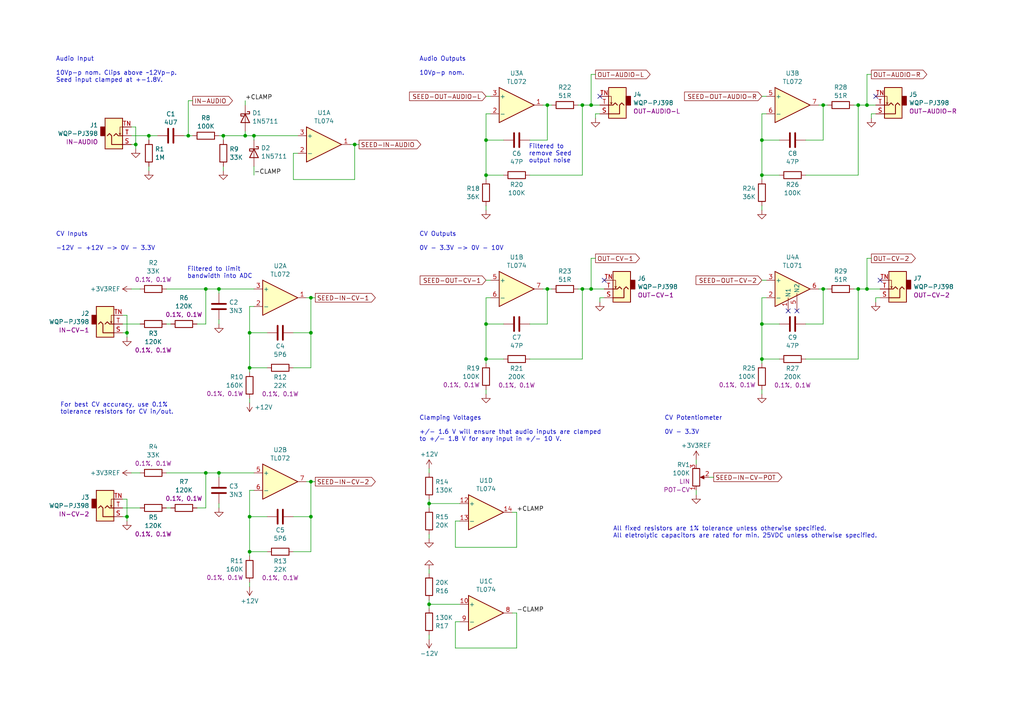
<source format=kicad_sch>
(kicad_sch (version 20231120) (generator "eeschema") (generator_version "8.0")
  (paper "A4")
  (title_block (title "dat-ting Module - Analog") (date "2024-10-04") (rev "1.1") (company "Len Popp") (comment 1 "https://lenp.net/synth/") (comment 2 "Copyright © 2024 Len Popp CC BY") (comment 3 "Eurorack multi-function module - Analog section"))
  (lib_symbols
    (symbol "-lmp-diode:1N5711" (pin_numbers hide) (pin_names (offset 1.016) hide)
      (property "Reference" "D" (at 0 2.54 0))
      (property "Value" "1N5711" (at 0 -2.54 0))
      (symbol "1N5711_1_1"
        (pin passive line (at -3.81 0 0) (length 2.54) (name "K") (number "1"))
        (pin passive line (at 3.81 0 180) (length 2.54) (name "A") (number "2"))
      )
    )
    (symbol "-lmp-opamp:TL071" (pin_names (offset 0.127))
      (property "Reference" "U" (at 0 5.08 0))
      (property "Value" "TL071" (at 2.54 -5.08 0))
      (symbol "TL071_1_1"
        (pin input line (at -1.27 -6.35 90) (length 3.81) (name "N1") (number "1"))
        (pin input line (at -7.62 -2.54 0) (length 2.54) (name "-") (number "2"))
        (pin input line (at -7.62 2.54 0) (length 2.54) (name "+") (number "3"))
        (pin input line (at 1.27 -6.35 90) (length 5.08) (name "N2") (number "5"))
        (pin output line (at 7.62 0 180) (length 2.54) (name "~") (number "6"))
      )
      (symbol "TL071_2_1"
        (pin power_in line (at -2.54 -7.62 90) (length 3.81) (name "V-") (number "4"))
        (pin power_in line (at -2.54 7.62 270) (length 3.81) (name "V+") (number "7"))
        (pin no_connect line (at 0 2.54 270) (length 2.54) hide (name "NC") (number "8"))
      )
    )
    (symbol "-lmp-opamp:TL072" (pin_names (offset 0.127))
      (property "Reference" "U" (at 0 5.08 0))
      (property "Value" "TL072" (at 0 -5.08 0))
      (symbol "TL072_1_1"
        (pin output line (at 7.62 0 180) (length 2.54) (name "~") (number "1"))
        (pin input line (at -7.62 -2.54 0) (length 2.54) (name "-") (number "2"))
        (pin input line (at -7.62 2.54 0) (length 2.54) (name "+") (number "3"))
      )
      (symbol "TL072_2_1"
        (pin input line (at -7.62 2.54 0) (length 2.54) (name "+") (number "5"))
        (pin input line (at -7.62 -2.54 0) (length 2.54) (name "-") (number "6"))
        (pin output line (at 7.62 0 180) (length 2.54) (name "~") (number "7"))
      )
      (symbol "TL072_3_1"
        (pin power_in line (at -2.54 -7.62 90) (length 3.81) (name "V-") (number "4"))
        (pin power_in line (at -2.54 7.62 270) (length 3.81) (name "V+") (number "8"))
      )
    )
    (symbol "-lmp-opamp:TL074" (pin_names (offset 0.127))
      (property "Reference" "U" (at 0 5.08 0))
      (property "Value" "TL074" (at 0 -5.08 0))
      (symbol "TL074_1_1"
        (pin output line (at 7.62 0 180) (length 2.54) (name "~") (number "1"))
        (pin input line (at -7.62 -2.54 0) (length 2.54) (name "-") (number "2"))
        (pin input line (at -7.62 2.54 0) (length 2.54) (name "+") (number "3"))
      )
      (symbol "TL074_2_1"
        (pin input line (at -7.62 2.54 0) (length 2.54) (name "+") (number "5"))
        (pin input line (at -7.62 -2.54 0) (length 2.54) (name "-") (number "6"))
        (pin output line (at 7.62 0 180) (length 2.54) (name "~") (number "7"))
      )
      (symbol "TL074_3_1"
        (pin input line (at -7.62 2.54 0) (length 2.54) (name "+") (number "10"))
        (pin output line (at 7.62 0 180) (length 2.54) (name "~") (number "8"))
        (pin input line (at -7.62 -2.54 0) (length 2.54) (name "-") (number "9"))
      )
      (symbol "TL074_4_1"
        (pin input line (at -7.62 2.54 0) (length 2.54) (name "+") (number "12"))
        (pin input line (at -7.62 -2.54 0) (length 2.54) (name "-") (number "13"))
        (pin output line (at 7.62 0 180) (length 2.54) (name "~") (number "14"))
      )
      (symbol "TL074_5_1"
        (pin power_in line (at -2.54 -7.62 90) (length 3.81) (name "V-") (number "11"))
        (pin power_in line (at -2.54 7.62 270) (length 3.81) (name "V+") (number "4"))
      )
    )
    (symbol "-lmp-power:+12V" (power) (pin_names (offset 0))
      (property "Value" "+12V" (at 0 3.556 0))
      (symbol "+12V_1_1"
        (pin power_in line (at 0 0 90) (length 0) hide (name "+12V") (number "1"))
      )
    )
    (symbol "-lmp-power:+3V3" (power) (pin_names (offset 0))
      (property "Value" "+3V3" (at 0 3.556 0))
      (symbol "+3V3_1_1"
        (pin power_in line (at 0 0 90) (length 0) hide (name "+3V3") (number "1"))
      )
    )
    (symbol "-lmp-power:-12V" (power) (pin_names (offset 0))
      (property "Value" "-12V" (at 0 -3.556 0))
      (symbol "-12V_1_1"
        (pin power_in line (at 0 0 270) (length 0) hide (name "-12V") (number "1"))
      )
    )
    (symbol "-lmp-power:GND" (power) (pin_numbers hide) (pin_names (offset 0) hide)
      (symbol "GND_1_1"
        (pin power_in line (at 0 0 270) (length 0) hide (name "GND") (number "1"))
      )
    )
    (symbol "-lmp-synth:CC_5P6" (pin_numbers hide) (pin_names (offset 0.254))
      (property "Reference" "C10" (at 0 5.8588 90))
      (property "Value" "CC_5P6" (at 0 3.3219 90))
      (symbol "CC_5P6_1_1"
        (pin passive line (at 0 3.81 270) (length 2.794) (name "~") (number "1"))
        (pin passive line (at 0 -3.81 90) (length 2.794) (name "~") (number "2"))
      )
    )
    (symbol "-lmp-synth:Jack_WQP-PJ398"
      (property "Reference" "J" (at 0 10.033 0))
      (property "Value" "Jack_WQP-PJ398" (at 0 7.62 0))
      (property "Label" "[label]" (at 0 5.207 0))
      (symbol "Jack_WQP-PJ398_1_1"
        (pin passive line (at 5.08 2.54 180) (length 2.54) (name "~") (number "S"))
        (pin passive line (at 5.08 0 180) (length 2.54) (name "~") (number "T"))
        (pin passive line (at 5.08 -2.54 180) (length 2.54) (name "~") (number "TN"))
      )
    )
    (symbol "-lmp-synth:R_51R_Output" (pin_numbers hide) (pin_names (offset 0))
      (property "Reference" "R" (at -2.286 0 90))
      (property "Value" "R_51R_Output" (at 2.413 0 90))
      (property "Value2" "1%, 1/4 W" (at 4.445 0 90))
      (symbol "R_51R_Output_1_1"
        (pin passive line (at 0 3.81 270) (length 1.27) (name "~") (number "1"))
        (pin passive line (at 0 -3.81 90) (length 1.27) (name "~") (number "2"))
      )
    )
    (symbol "-lmp-synth:R_POT_Panel_PCB_Alpha" (pin_names (offset 1.016) hide)
      (property "Reference" "RV" (at -9.144 0 90))
      (property "Value" "R_POT_Panel_PCB_Alpha" (at -7.239 0 90))
      (property "Value2" "[LIN/LOG]" (at -5.207 0 90))
      (property "Label" "[label]" (at -3.175 0 90))
      (symbol "R_POT_Panel_PCB_Alpha_1_1"
        (pin passive line (at 0 3.81 270) (length 1.27) (name "1") (number "1"))
        (pin passive line (at 3.81 0 180) (length 1.27) (name "2") (number "2"))
        (pin passive line (at 0 -3.81 90) (length 1.27) (name "3") (number "3"))
      )
    )
    (symbol "-lmp:CF" (pin_numbers hide) (pin_names (offset 0.254))
      (property "Reference" "C" (at 0.635 2.54 0))
      (property "Value" "CF" (at 0.635 -2.54 0))
      (symbol "CF_1_1"
        (pin passive line (at 0 3.81 270) (length 2.794) (name "~") (number "1"))
        (pin passive line (at 0 -3.81 90) (length 2.794) (name "~") (number "2"))
      )
    )
    (symbol "-lmp:CNP" (pin_numbers hide) (pin_names (offset 0.254))
      (property "Reference" "C" (at 0.635 2.54 0))
      (property "Value" "CNP" (at 0.635 -2.54 0))
      (symbol "CNP_1_1"
        (pin passive line (at 0 3.81 270) (length 2.794) (name "~") (number "1"))
        (pin passive line (at 0 -3.81 90) (length 2.794) (name "~") (number "2"))
      )
    )
    (symbol "-lmp:R_1%_0W166" (pin_numbers hide) (pin_names (offset 0))
      (property "Reference" "R" (at -2.286 0 90))
      (property "Value" "R_1%_0W166" (at 2.413 0 90))
      (symbol "R_1%_0W166_1_1"
        (pin passive line (at 0 3.81 270) (length 1.27) (name "~") (number "1"))
        (pin passive line (at 0 -3.81 90) (length 1.27) (name "~") (number "2"))
      )
    )
    (symbol "GND_1" (power) (pin_numbers hide) (pin_names (offset 0) hide)
      (symbol "GND_1_1_1"
        (pin power_in line (at 0 0 270) (length 0) hide (name "GND") (number "1"))
      )
    )
  )
  (junction (at 59.69 137.16))
  (junction (at 36.83 96.52))
  (junction (at 251.46 30.48))
  (junction (at 168.91 30.48))
  (junction (at 238.76 83.82))
  (junction (at 168.91 83.82))
  (junction (at 248.92 83.82))
  (junction (at 140.97 40.64))
  (junction (at 140.97 50.8))
  (junction (at 63.5 137.16))
  (junction (at 72.39 96.52))
  (junction (at 248.92 30.48))
  (junction (at 124.46 175.26))
  (junction (at 220.98 50.8))
  (junction (at 124.46 146.05))
  (junction (at 73.66 39.37))
  (junction (at 220.98 104.14))
  (junction (at 238.76 30.48))
  (junction (at 63.5 83.82))
  (junction (at 90.17 139.7))
  (junction (at 71.12 39.37))
  (junction (at 72.39 160.02))
  (junction (at 140.97 93.98))
  (junction (at 140.97 104.14))
  (junction (at 158.75 83.82))
  (junction (at 251.46 83.82))
  (junction (at 64.77 39.37))
  (junction (at 171.45 30.48))
  (junction (at 39.37 41.91))
  (junction (at 90.17 96.52))
  (junction (at 171.45 83.82))
  (junction (at 72.39 149.86))
  (junction (at 43.18 39.37))
  (junction (at 220.98 40.64))
  (junction (at 54.61 39.37))
  (junction (at 220.98 93.98))
  (junction (at 102.87 41.91))
  (junction (at 72.39 106.68))
  (junction (at 36.83 149.86))
  (junction (at 59.69 83.82))
  (junction (at 90.17 149.86))
  (junction (at 90.17 86.36))
  (junction (at 158.75 30.48))
  (no_connect (at 255.27 81.28))
  (no_connect (at 173.99 27.94))
  (no_connect (at 228.6 90.17))
  (no_connect (at 175.26 81.28))
  (no_connect (at 231.14 90.17))
  (no_connect (at 254 27.94))
  (wire (pts (xy 142.24 86.36) (xy 140.97 86.36)))
  (wire (pts (xy 90.17 96.52) (xy 90.17 86.36)))
  (wire (pts (xy 72.39 106.68) (xy 72.39 107.95)))
  (wire (pts (xy 124.46 175.26) (xy 124.46 176.53)))
  (wire (pts (xy 140.97 33.02) (xy 140.97 40.64)))
  (wire (pts (xy 153.67 40.64) (xy 158.75 40.64)))
  (wire (pts (xy 140.97 93.98) (xy 140.97 104.14)))
  (wire (pts (xy 90.17 149.86) (xy 90.17 160.02)))
  (wire (pts (xy 72.39 149.86) (xy 77.47 149.86)))
  (wire (pts (xy 251.46 74.93) (xy 251.46 83.82)))
  (wire (pts (xy 248.92 30.48) (xy 251.46 30.48)))
  (wire (pts (xy 59.69 137.16) (xy 63.5 137.16)))
  (wire (pts (xy 140.97 40.64) (xy 140.97 50.8)))
  (wire (pts (xy 252.73 33.02) (xy 254 33.02)))
  (wire (pts (xy 248.92 83.82) (xy 247.65 83.82)))
  (wire (pts (xy 86.36 44.45) (xy 85.09 44.45)))
  (wire (pts (xy 72.39 142.24) (xy 72.39 149.86)))
  (wire (pts (xy 85.09 106.68) (xy 90.17 106.68)))
  (wire (pts (xy 85.09 44.45) (xy 85.09 52.07)))
  (wire (pts (xy 132.08 151.13) (xy 133.35 151.13)))
  (wire (pts (xy 222.25 33.02) (xy 220.98 33.02)))
  (wire (pts (xy 72.39 96.52) (xy 72.39 106.68)))
  (wire (pts (xy 90.17 96.52) (xy 90.17 106.68)))
  (wire (pts (xy 238.76 93.98) (xy 238.76 83.82)))
  (wire (pts (xy 38.1 41.91) (xy 39.37 41.91)))
  (wire (pts (xy 124.46 166.37) (xy 124.46 165.1)))
  (wire (pts (xy 220.98 104.14) (xy 220.98 105.41)))
  (wire (pts (xy 240.03 30.48) (xy 238.76 30.48)))
  (wire (pts (xy 63.5 146.05) (xy 63.5 147.32)))
  (wire (pts (xy 36.83 149.86) (xy 36.83 151.13)))
  (wire (pts (xy 38.1 137.16) (xy 40.64 137.16)))
  (wire (pts (xy 73.66 40.64) (xy 73.66 39.37)))
  (wire (pts (xy 172.72 34.29) (xy 172.72 33.02)))
  (wire (pts (xy 153.67 93.98) (xy 158.75 93.98)))
  (wire (pts (xy 43.18 48.26) (xy 43.18 49.53)))
  (wire (pts (xy 140.97 104.14) (xy 140.97 105.41)))
  (wire (pts (xy 39.37 41.91) (xy 39.37 43.18)))
  (wire (pts (xy 153.67 50.8) (xy 168.91 50.8)))
  (wire (pts (xy 220.98 27.94) (xy 222.25 27.94)))
  (wire (pts (xy 91.44 139.7) (xy 90.17 139.7)))
  (wire (pts (xy 140.97 50.8) (xy 140.97 52.07)))
  (wire (pts (xy 201.93 142.24) (xy 201.93 143.51)))
  (wire (pts (xy 140.97 81.28) (xy 142.24 81.28)))
  (wire (pts (xy 90.17 139.7) (xy 88.9 139.7)))
  (wire (pts (xy 158.75 93.98) (xy 158.75 83.82)))
  (wire (pts (xy 73.66 142.24) (xy 72.39 142.24)))
  (wire (pts (xy 124.46 135.89) (xy 124.46 137.16)))
  (wire (pts (xy 254 87.63) (xy 254 86.36)))
  (wire (pts (xy 48.26 93.98) (xy 49.53 93.98)))
  (wire (pts (xy 248.92 50.8) (xy 248.92 30.48)))
  (wire (pts (xy 124.46 154.94) (xy 124.46 156.21)))
  (wire (pts (xy 54.61 39.37) (xy 55.88 39.37)))
  (wire (pts (xy 54.61 29.21) (xy 55.88 29.21)))
  (wire (pts (xy 35.56 96.52) (xy 36.83 96.52)))
  (wire (pts (xy 132.08 158.75) (xy 132.08 151.13)))
  (wire (pts (xy 172.72 33.02) (xy 173.99 33.02)))
  (wire (pts (xy 222.25 86.36) (xy 220.98 86.36)))
  (wire (pts (xy 73.66 39.37) (xy 71.12 39.37)))
  (wire (pts (xy 85.09 52.07) (xy 102.87 52.07)))
  (wire (pts (xy 168.91 104.14) (xy 168.91 83.82)))
  (wire (pts (xy 72.39 106.68) (xy 77.47 106.68)))
  (wire (pts (xy 140.97 50.8) (xy 146.05 50.8)))
  (wire (pts (xy 124.46 173.99) (xy 124.46 175.26)))
  (wire (pts (xy 124.46 146.05) (xy 124.46 147.32)))
  (wire (pts (xy 71.12 38.1) (xy 71.12 39.37)))
  (wire (pts (xy 59.69 83.82) (xy 63.5 83.82)))
  (wire (pts (xy 158.75 30.48) (xy 157.48 30.48)))
  (wire (pts (xy 140.97 104.14) (xy 146.05 104.14)))
  (wire (pts (xy 39.37 36.83) (xy 39.37 41.91)))
  (wire (pts (xy 160.02 83.82) (xy 158.75 83.82)))
  (wire (pts (xy 38.1 39.37) (xy 43.18 39.37)))
  (wire (pts (xy 72.39 115.57) (xy 72.39 116.84)))
  (wire (pts (xy 64.77 39.37) (xy 64.77 40.64)))
  (wire (pts (xy 173.99 87.63) (xy 173.99 86.36)))
  (wire (pts (xy 43.18 39.37) (xy 43.18 40.64)))
  (wire (pts (xy 73.66 88.9) (xy 72.39 88.9)))
  (wire (pts (xy 85.09 96.52) (xy 90.17 96.52)))
  (wire (pts (xy 140.97 86.36) (xy 140.97 93.98)))
  (wire (pts (xy 233.68 93.98) (xy 238.76 93.98)))
  (wire (pts (xy 36.83 96.52) (xy 36.83 97.79)))
  (wire (pts (xy 220.98 50.8) (xy 226.06 50.8)))
  (wire (pts (xy 168.91 83.82) (xy 171.45 83.82)))
  (wire (pts (xy 72.39 149.86) (xy 72.39 160.02)))
  (wire (pts (xy 142.24 33.02) (xy 140.97 33.02)))
  (wire (pts (xy 124.46 175.26) (xy 133.35 175.26)))
  (wire (pts (xy 72.39 88.9) (xy 72.39 96.52)))
  (wire (pts (xy 201.93 133.35) (xy 201.93 134.62)))
  (wire (pts (xy 248.92 104.14) (xy 248.92 83.82)))
  (wire (pts (xy 35.56 91.44) (xy 36.83 91.44)))
  (wire (pts (xy 149.86 187.96) (xy 132.08 187.96)))
  (wire (pts (xy 90.17 149.86) (xy 90.17 139.7)))
  (wire (pts (xy 251.46 74.93) (xy 252.73 74.93)))
  (wire (pts (xy 233.68 104.14) (xy 248.92 104.14)))
  (wire (pts (xy 233.68 50.8) (xy 248.92 50.8)))
  (wire (pts (xy 252.73 34.29) (xy 252.73 33.02)))
  (wire (pts (xy 140.97 93.98) (xy 146.05 93.98)))
  (wire (pts (xy 248.92 83.82) (xy 251.46 83.82)))
  (wire (pts (xy 158.75 40.64) (xy 158.75 30.48)))
  (wire (pts (xy 238.76 83.82) (xy 237.49 83.82)))
  (wire (pts (xy 90.17 86.36) (xy 88.9 86.36)))
  (wire (pts (xy 251.46 30.48) (xy 254 30.48)))
  (wire (pts (xy 63.5 83.82) (xy 73.66 83.82)))
  (wire (pts (xy 35.56 147.32) (xy 40.64 147.32)))
  (wire (pts (xy 35.56 144.78) (xy 36.83 144.78)))
  (wire (pts (xy 220.98 93.98) (xy 226.06 93.98)))
  (wire (pts (xy 57.15 93.98) (xy 59.69 93.98)))
  (wire (pts (xy 140.97 113.03) (xy 140.97 114.3)))
  (wire (pts (xy 72.39 96.52) (xy 77.47 96.52)))
  (wire (pts (xy 72.39 160.02) (xy 77.47 160.02)))
  (wire (pts (xy 59.69 137.16) (xy 59.69 147.32)))
  (wire (pts (xy 124.46 144.78) (xy 124.46 146.05)))
  (wire (pts (xy 149.86 177.8) (xy 149.86 187.96)))
  (wire (pts (xy 63.5 83.82) (xy 63.5 85.09)))
  (wire (pts (xy 57.15 147.32) (xy 59.69 147.32)))
  (wire (pts (xy 48.26 83.82) (xy 59.69 83.82)))
  (wire (pts (xy 220.98 113.03) (xy 220.98 114.3)))
  (wire (pts (xy 220.98 40.64) (xy 226.06 40.64)))
  (wire (pts (xy 102.87 41.91) (xy 101.6 41.91)))
  (wire (pts (xy 220.98 81.28) (xy 222.25 81.28)))
  (wire (pts (xy 73.66 39.37) (xy 86.36 39.37)))
  (wire (pts (xy 220.98 104.14) (xy 226.06 104.14)))
  (wire (pts (xy 168.91 30.48) (xy 171.45 30.48)))
  (wire (pts (xy 238.76 30.48) (xy 237.49 30.48)))
  (wire (pts (xy 90.17 86.36) (xy 91.44 86.36)))
  (wire (pts (xy 132.08 187.96) (xy 132.08 180.34)))
  (wire (pts (xy 254 86.36) (xy 255.27 86.36)))
  (wire (pts (xy 54.61 39.37) (xy 54.61 29.21)))
  (wire (pts (xy 251.46 21.59) (xy 251.46 30.48)))
  (wire (pts (xy 173.99 86.36) (xy 175.26 86.36)))
  (wire (pts (xy 132.08 180.34) (xy 133.35 180.34)))
  (wire (pts (xy 248.92 30.48) (xy 247.65 30.48)))
  (wire (pts (xy 220.98 86.36) (xy 220.98 93.98)))
  (wire (pts (xy 148.59 177.8) (xy 149.86 177.8)))
  (wire (pts (xy 43.18 39.37) (xy 45.72 39.37)))
  (wire (pts (xy 85.09 149.86) (xy 90.17 149.86)))
  (wire (pts (xy 59.69 83.82) (xy 59.69 93.98)))
  (wire (pts (xy 63.5 138.43) (xy 63.5 137.16)))
  (wire (pts (xy 36.83 91.44) (xy 36.83 96.52)))
  (wire (pts (xy 220.98 33.02) (xy 220.98 40.64)))
  (wire (pts (xy 140.97 27.94) (xy 142.24 27.94)))
  (wire (pts (xy 124.46 185.42) (xy 124.46 184.15)))
  (wire (pts (xy 38.1 83.82) (xy 40.64 83.82)))
  (wire (pts (xy 172.72 21.59) (xy 171.45 21.59)))
  (wire (pts (xy 35.56 93.98) (xy 40.64 93.98)))
  (wire (pts (xy 71.12 29.21) (xy 71.12 30.48)))
  (wire (pts (xy 64.77 39.37) (xy 71.12 39.37)))
  (wire (pts (xy 102.87 52.07) (xy 102.87 41.91)))
  (wire (pts (xy 171.45 83.82) (xy 175.26 83.82)))
  (wire (pts (xy 35.56 149.86) (xy 36.83 149.86)))
  (wire (pts (xy 148.59 148.59) (xy 149.86 148.59)))
  (wire (pts (xy 63.5 92.71) (xy 63.5 93.98)))
  (wire (pts (xy 171.45 21.59) (xy 171.45 30.48)))
  (wire (pts (xy 64.77 48.26) (xy 64.77 49.53)))
  (wire (pts (xy 153.67 104.14) (xy 168.91 104.14)))
  (wire (pts (xy 73.66 50.8) (xy 73.66 48.26)))
  (wire (pts (xy 53.34 39.37) (xy 54.61 39.37)))
  (wire (pts (xy 171.45 74.93) (xy 171.45 83.82)))
  (wire (pts (xy 140.97 40.64) (xy 146.05 40.64)))
  (wire (pts (xy 220.98 59.69) (xy 220.98 60.96)))
  (wire (pts (xy 158.75 83.82) (xy 157.48 83.82)))
  (wire (pts (xy 171.45 30.48) (xy 173.99 30.48)))
  (wire (pts (xy 168.91 30.48) (xy 167.64 30.48)))
  (wire (pts (xy 205.74 138.43) (xy 207.01 138.43)))
  (wire (pts (xy 36.83 144.78) (xy 36.83 149.86)))
  (wire (pts (xy 102.87 41.91) (xy 104.14 41.91)))
  (wire (pts (xy 149.86 158.75) (xy 132.08 158.75)))
  (wire (pts (xy 168.91 50.8) (xy 168.91 30.48)))
  (wire (pts (xy 252.73 21.59) (xy 251.46 21.59)))
  (wire (pts (xy 48.26 147.32) (xy 49.53 147.32)))
  (wire (pts (xy 240.03 83.82) (xy 238.76 83.82)))
  (wire (pts (xy 233.68 40.64) (xy 238.76 40.64)))
  (wire (pts (xy 171.45 74.93) (xy 172.72 74.93)))
  (wire (pts (xy 220.98 50.8) (xy 220.98 52.07)))
  (wire (pts (xy 168.91 83.82) (xy 167.64 83.82)))
  (wire (pts (xy 149.86 148.59) (xy 149.86 158.75)))
  (wire (pts (xy 38.1 36.83) (xy 39.37 36.83)))
  (wire (pts (xy 63.5 39.37) (xy 64.77 39.37)))
  (wire (pts (xy 220.98 93.98) (xy 220.98 104.14)))
  (wire (pts (xy 85.09 160.02) (xy 90.17 160.02)))
  (wire (pts (xy 140.97 59.69) (xy 140.97 60.96)))
  (wire (pts (xy 63.5 137.16) (xy 73.66 137.16)))
  (wire (pts (xy 251.46 83.82) (xy 255.27 83.82)))
  (wire (pts (xy 124.46 146.05) (xy 133.35 146.05)))
  (wire (pts (xy 72.39 160.02) (xy 72.39 161.29)))
  (wire (pts (xy 160.02 30.48) (xy 158.75 30.48)))
  (wire (pts (xy 238.76 40.64) (xy 238.76 30.48)))
  (wire (pts (xy 48.26 137.16) (xy 59.69 137.16)))
  (wire (pts (xy 72.39 168.91) (xy 72.39 170.18)))
  (wire (pts (xy 220.98 40.64) (xy 220.98 50.8)))
  (text_box "CV Inputs\n\n-12V - +12V -> 0V - 3.3V" (at 15.24 66.04 0) (size 40.64 10.16) (stroke (width -0.0001)) (effects (font (size 1.27 1.27)) (justify left top)))
  (text_box "Audio Input\n\n10Vp-p nom. Clips above ~12Vp-p.\nSeed input clamped at +-1.8V." (at 15.24 15.24 0) (size 40.64 10.16) (stroke (width -0.0001)) (effects (font (size 1.27 1.27)) (justify left top)))
  (text_box "For best CV accuracy, use 0.1% tolerance resistors for CV in/out." (at 16.51 115.57 0) (size 38.1 6.35) (stroke (width -0.0001)) (effects (font (size 1.27 1.27)) (justify left top)))
  (text_box "CV Outputs\n\n0V - 3.3V -> 0V - 10V" (at 120.65 66.04 0) (size 40.64 10.16) (stroke (width -0.0001)) (effects (font (size 1.27 1.27)) (justify left top)))
  (text_box "Clamping Voltages\n\n+/- 1.6 V will ensure that audio inputs are clamped to +/- 1.8 V for any input in +/- 10 V." (at 120.65 119.38 0) (size 55.88 10.16) (stroke (width -0.0001)) (effects (font (size 1.27 1.27)) (justify left top)))
  (text_box "Filtered to remove Seed output noise" (at 152.4 40.64 0) (size 19.05 7.62) (stroke (width -0.0001)) (effects (font (size 1.27 1.27)) (justify left top)))
  (text_box "Filtered to limit bandwidth into ADC" (at 53.34 76.2 0) (size 25.4 7.62) (stroke (width -0.0001)) (effects (font (size 1.27 1.27)) (justify left top)))
  (text_box "CV Potentiometer\n\n0V - 3.3V" (at 191.77 119.38 0) (size 40.64 7.62) (stroke (width -0.0001)) (effects (font (size 1.27 1.27)) (justify left top)))
  (text_box "Audio Outputs\n\n10Vp-p nom." (at 120.65 15.24 0) (size 40.64 7.62) (stroke (width -0.0001)) (effects (font (size 1.27 1.27)) (justify left top)))
  (text "All fixed resistors are 1% tolerance unless otherwise specified.\nAll eletrolytic capacitors are rated for min. 25VDC unless otherwise specified." (at 177.8 156.21 0) (effects (font (size 1.27 1.27)) (justify left bottom)))
  (text "Digital & Misc" (at 304.8 21.59 0) (effects (font (size 2.54 2.54) (thickness 0.508) (bold yes)) (justify left bottom)))
  (label "+CLAMP" (at 149.86 148.59 0))
  (label "-CLAMP" (at 149.86 177.8 0))
  (label "-CLAMP" (at 73.66 50.8 0))
  (label "+CLAMP" (at 71.12 29.21 0))
  (global_label "IN-AUDIO" (shape output) (at 55.88 29.21 0) (property "Intersheetrefs" "${INTERSHEET_REFS}" (effects (hide yes))))
  (global_label "SEED-IN-CV-POT" (shape output) (at 207.01 138.43 0) (property "Intersheetrefs" "${INTERSHEET_REFS}" (effects (hide yes))))
  (global_label "OUT-CV-2" (shape output) (at 252.73 74.93 0) (property "Intersheetrefs" "${INTERSHEET_REFS}" (effects (hide yes))))
  (global_label "SEED-OUT-AUDIO-R" (shape input) (at 220.98 27.94 180) (property "Intersheetrefs" "${INTERSHEET_REFS}" (effects (hide yes))))
  (global_label "OUT-CV-1" (shape output) (at 172.72 74.93 0) (property "Intersheetrefs" "${INTERSHEET_REFS}" (effects (hide yes))))
  (global_label "SEED-IN-AUDIO" (shape output) (at 104.14 41.91 0) (property "Intersheetrefs" "${INTERSHEET_REFS}" (effects (hide yes))))
  (global_label "SEED-IN-CV-1" (shape output) (at 91.44 86.36 0) (property "Intersheetrefs" "${INTERSHEET_REFS}" (effects (hide yes))))
  (global_label "SEED-OUT-CV-1" (shape input) (at 140.97 81.28 180) (property "Intersheetrefs" "${INTERSHEET_REFS}" (effects (hide yes))))
  (global_label "SEED-OUT-CV-2" (shape input) (at 220.98 81.28 180) (property "Intersheetrefs" "${INTERSHEET_REFS}" (effects (hide yes))))
  (global_label "OUT-AUDIO-L" (shape output) (at 172.72 21.59 0) (property "Intersheetrefs" "${INTERSHEET_REFS}" (effects (hide yes))))
  (global_label "OUT-AUDIO-R" (shape output) (at 252.73 21.59 0) (property "Intersheetrefs" "${INTERSHEET_REFS}" (effects (hide yes))))
  (global_label "SEED-IN-CV-2" (shape output) (at 91.44 139.7 0) (property "Intersheetrefs" "${INTERSHEET_REFS}" (effects (hide yes))))
  (global_label "SEED-OUT-AUDIO-L" (shape input) (at 140.97 27.94 180) (property "Intersheetrefs" "${INTERSHEET_REFS}" (effects (hide yes))))
  (symbol (lib_id "-lmp:R_1%_0W166") (at 149.86 50.8 90) (unit 1)
    (property "Reference" "R20" (at 149.86 53.5361 90))
    (property "Value" "100K" (at 149.86 55.9604 90))
    (property "Footprint" "-lmp-misc:R_Axial_DIN0207_L6.3mm_D2.5mm_P7.62mm_Horizontal" (effects (hide yes)))
    (property "Datasheet" "https://www.mouser.ca/datasheet/2/447/YAGEO_MFR_datasheet_2023v3-3324391.pdf" (effects (hide yes)))
    (property "Description" "Resistor" (effects (hide yes)))
    (property "Manufacturer" "YAGEO" (effects (hide yes)))
    (property "ManufacturerPartNum" "MFR-12FRF52-100K" (effects (hide yes)))
    (property "Distributor" "Mouser" (effects (hide yes)))
    (property "DistributorPartNum" "603-MFR-12FRF52100K" (effects (hide yes)))
    (property "DistributorPartLink" "https://www.mouser.ca/ProductDetail/YAGEO/MFR-12FRF52-100K?qs=19cKSROHwrAZsaNp2yj6EQ%3D%3D" (effects (hide yes)))
    (property "Value2" "1%, 1/6 W" (effects (hide yes)))
  )
  (symbol (lib_id "-lmp-opamp:TL072") (at 149.86 30.48 0) (unit 1)
    (property "Reference" "U3" (at 149.86 21.2555 0))
    (property "Value" "TL072" (at 149.86 23.6798 0))
    (property "Footprint" "Package_DIP:DIP-8_W7.62mm" (effects (hide yes)))
    (property "Datasheet" "https://www.ti.com/lit/ds/symlink/tl072b.pdf?ts=1628812694194" (effects (hide yes)))
    (property "Description" "Dual Low-Noise JFET-Input Operational Amplifiers, DIP-8/SOIC-8" (effects (hide yes)))
    (property "Manufacturer" "Texas Instruments" (effects (hide yes)))
    (property "ManufacturerPartNum" "TL072BCP" (effects (hide yes)))
    (property "Distributor" "Mouser" (effects (hide yes)))
    (property "DistributorPartNum" "595-TL072BCP" (effects (hide yes)))
    (property "DistributorPartLink" "https://www.mouser.ca/ProductDetail/Texas-Instruments/TL072BCP?qs=p6YqzpSxLIxmo8AyZLsP4g%3D%3D" (effects (hide yes)))
  )
  (symbol (lib_id "-lmp-power:GND") (at 36.83 97.79 0) (unit 1)
    (property "Reference" "#PWR01" (effects (hide yes)))
    (property "Value" "GND" (effects (hide yes)))
    (property "Description" "Power symbol creates a global label with name \"GND\" , ground" (effects (hide yes)))
  )
  (symbol (lib_id "-lmp-power:+3V3") (at 201.93 133.35 0) (unit 1)
    (property "Reference" "#PWR020" (effects (hide yes)))
    (property "Value" "+3V3REF" (at 201.93 129.2169 0))
    (property "Description" "Power symbol creates a global label with name \"+3V3\"" (effects (hide yes)))
  )
  (symbol (lib_id "-lmp-power:-12V") (at 124.46 185.42 0) (mirror y) (unit 1)
    (property "Reference" "#PWR015" (effects (hide yes)))
    (property "Value" "-12V" (at 124.46 189.5531 0))
    (property "Description" "Power symbol creates a global label with name \"-12V\"" (effects (hide yes)))
  )
  (symbol (lib_id "-lmp:R_1%_0W166") (at 140.97 55.88 0) (unit 1)
    (property "Reference" "R18" (at 139.192 54.6678 0) (effects (justify right)))
    (property "Value" "36K" (at 139.192 57.0921 0) (effects (justify right)))
    (property "Footprint" "-lmp-misc:R_Axial_DIN0207_L6.3mm_D2.5mm_P7.62mm_Horizontal" (effects (hide yes)))
    (property "Datasheet" "https://www.mouser.ca/datasheet/2/447/YAGEO_MFR_datasheet_2023v3-3324391.pdf" (effects (hide yes)))
    (property "Description" "Resistor" (effects (hide yes)))
    (property "Manufacturer" "YAGEO" (effects (hide yes)))
    (property "ManufacturerPartNum" "MFR-12FTF52-36K" (effects (hide yes)))
    (property "Distributor" "Mouser" (effects (hide yes)))
    (property "DistributorPartNum" "603-MFR-12FTF52-36K" (effects (hide yes)))
    (property "DistributorPartLink" "https://www.mouser.ca/ProductDetail/YAGEO/MFR-12FTF52-36K?qs=oAGoVhmvjhyIq6EO5blb%252BQ%3D%3D" (effects (hide yes)))
    (property "Value2" "1%, 1/6 W" (effects (hide yes)))
  )
  (symbol (lib_id "-lmp-synth:Jack_WQP-PJ398") (at 30.48 147.32 0) (mirror x) (unit 1)
    (property "Reference" "J3" (at 25.908 144.2607 0) (effects (justify right)))
    (property "Value" "WQP-PJ398" (at 25.908 146.685 0) (effects (justify right)))
    (property "Footprint" "-lmp-synth:Jack_3.5mm_QingPu_WQP-PJ398SM_Vertical" (effects (hide yes)))
    (property "Datasheet" "http://www.qingpu-electronics.com/en/products/WQP-PJ398SM-362.html" (effects (hide yes)))
    (property "Description" "Audio Jack, 2 Poles (Mono / TS), Switched T Pole (Normalling), QingPu / Thonkiconn" (effects (hide yes)))
    (property "Label" "IN-CV-2" (at 25.908 149.1093 0) (effects (justify right)))
    (property "Manufacturer" "QingPu / Thonk" (effects (hide yes)))
    (property "ManufacturerPartNum" "PJ398SM / WQP518MA" (effects (hide yes)))
    (property "Distributor" "Thonk" (effects (hide yes)))
    (property "DistributorPartNum" "PJ398SM" (effects (hide yes)))
    (property "DistributorPartLink" "https://www.thonk.co.uk/shop/thonkiconn/" (effects (hide yes)))
    (property "Distributor2" "SynthCube" (effects (hide yes)))
    (property "DistributorPartNum2" "WQP518MA" (effects (hide yes)))
    (property "DistributorPartLink2" "https://synthcube.com/cart/3-5mm-euro-jacks" (effects (hide yes)))
    (property "Distributor3" "Adafruit" (effects (hide yes)))
    (property "DistributorPartNum3" "4031" (effects (hide yes)))
    (property "DistributorPartLink3" "https://www.adafruit.com/product/4031" (effects (hide yes)))
  )
  (symbol (lib_id "-lmp-diode:1N5711") (at 73.66 44.45 270) (unit 1)
    (property "Reference" "D2" (at 75.692 42.9203 90) (effects (justify left)))
    (property "Value" "1N5711" (at 75.692 45.3446 90) (effects (justify left)))
    (property "Footprint" "Diode_THT:D_DO-35_SOD27_P7.62mm_Horizontal" (effects (hide yes)))
    (property "Datasheet" "https://www.mouser.ca/datasheet/2/389/cd00000759-1795802.pdf" (effects (hide yes)))
    (property "Description" "Schottky signal diode" (effects (hide yes)))
    (property "Manufacturer" "STMicroelectronics" (effects (hide yes)))
    (property "ManufacturerPartNum" "1N5711" (effects (hide yes)))
    (property "Distributor" "Mouser" (effects (hide yes)))
    (property "DistributorPartNum" "511-1N5711" (effects (hide yes)))
    (property "DistributorPartLink" "https://www.mouser.ca/ProductDetail/STMicroelectronics/1N5711?qs=FITO%2F%2FQgYDnH7pJ7rS2FRA%3D%3D" (effects (hide yes)))
  )
  (symbol (lib_name "GND_1") (lib_id "-lmp-power:GND") (at 124.46 156.21 0) (mirror y) (unit 1)
    (property "Reference" "#PWR013" (effects (hide yes)))
    (property "Value" "GND" (effects (hide yes)))
    (property "Description" "Power symbol creates a global label with name \"GND\" , ground" (effects (hide yes)))
  )
  (symbol (lib_id "-lmp-diode:1N5711") (at 71.12 34.29 270) (unit 1)
    (property "Reference" "D1" (at 73.152 32.7603 90) (effects (justify left)))
    (property "Value" "1N5711" (at 73.152 35.1846 90) (effects (justify left)))
    (property "Footprint" "Diode_THT:D_DO-35_SOD27_P7.62mm_Horizontal" (effects (hide yes)))
    (property "Datasheet" "https://www.mouser.ca/datasheet/2/389/cd00000759-1795802.pdf" (effects (hide yes)))
    (property "Description" "Schottky signal diode" (effects (hide yes)))
    (property "Manufacturer" "STMicroelectronics" (effects (hide yes)))
    (property "ManufacturerPartNum" "1N5711" (effects (hide yes)))
    (property "Distributor" "Mouser" (effects (hide yes)))
    (property "DistributorPartNum" "511-1N5711" (effects (hide yes)))
    (property "DistributorPartLink" "https://www.mouser.ca/ProductDetail/STMicroelectronics/1N5711?qs=FITO%2F%2FQgYDnH7pJ7rS2FRA%3D%3D" (effects (hide yes)))
  )
  (symbol (lib_id "-lmp-power:GND") (at 172.72 34.29 0) (unit 1)
    (property "Reference" "#PWR018" (effects (hide yes)))
    (property "Value" "GND" (effects (hide yes)))
    (property "Description" "Power symbol creates a global label with name \"GND\" , ground" (effects (hide yes)))
  )
  (symbol (lib_id "-lmp:R_1%_0W166") (at 220.98 55.88 0) (unit 1)
    (property "Reference" "R24" (at 219.202 54.6678 0) (effects (justify right)))
    (property "Value" "36K" (at 219.202 57.0921 0) (effects (justify right)))
    (property "Footprint" "-lmp-misc:R_Axial_DIN0207_L6.3mm_D2.5mm_P7.62mm_Horizontal" (effects (hide yes)))
    (property "Datasheet" "https://www.mouser.ca/datasheet/2/447/YAGEO_MFR_datasheet_2023v3-3324391.pdf" (effects (hide yes)))
    (property "Description" "Resistor" (effects (hide yes)))
    (property "Manufacturer" "YAGEO" (effects (hide yes)))
    (property "ManufacturerPartNum" "MFR-12FTF52-36K" (effects (hide yes)))
    (property "Distributor" "Mouser" (effects (hide yes)))
    (property "DistributorPartNum" "603-MFR-12FTF52-36K" (effects (hide yes)))
    (property "DistributorPartLink" "https://www.mouser.ca/ProductDetail/YAGEO/MFR-12FTF52-36K?qs=oAGoVhmvjhyIq6EO5blb%252BQ%3D%3D" (effects (hide yes)))
    (property "Value2" "1%, 1/6 W" (effects (hide yes)))
  )
  (symbol (lib_id "-lmp-synth:CC_5P6") (at 149.86 93.98 90) (unit 1)
    (property "Reference" "C7" (at 149.86 97.8591 90))
    (property "Value" "47P" (at 149.86 100.2834 90))
    (property "Footprint" "-lmp-misc:C_Disc_D5.0mm_W2.5mm_P2.50mm" (effects (hide yes)))
    (property "Datasheet" "https://www.vishay.com/docs/45171/kseries.pdf" (effects (hide yes)))
    (property "Description" "Capacitor - Ceramic" (effects (hide yes)))
    (property "Distributor" "Mouser" (effects (hide yes)))
    (property "DistributorPartLink" "https://www.mouser.ca/ProductDetail/Vishay-BC-Components/K470K15C0GH53L2?qs=vmM6vcLFxxH%252BnUnXm2ihfA%3D%3D" (effects (hide yes)))
    (property "DistributorPartNum" "594-K470K15C0GH53L2" (effects (hide yes)))
    (property "Manufacturer" "Vishay" (effects (hide yes)))
    (property "ManufacturerPartNum" "K470K15C0GH53L2" (effects (hide yes)))
    (property "Value2" "C0G/NP0" (effects (hide yes)))
  )
  (symbol (lib_id "-lmp-synth:R_51R_Output") (at 243.84 30.48 90) (unit 1)
    (property "Reference" "R28" (at 243.84 25.3195 90))
    (property "Value" "51R" (at 243.84 27.7438 90))
    (property "Footprint" "-lmp-misc:R_Axial_DIN0207_L6.3mm_D2.5mm_P10.16mm_Horizontal" (effects (hide yes)))
    (property "Datasheet" "https://www.mouser.ca/datasheet/2/447/Yageo_LR_MFR_1-1714151.pdf" (effects (hide yes)))
    (property "Description" "Resistor" (effects (hide yes)))
    (property "Value2" "1%, 1/4 W" (effects (hide yes)))
    (property "Note" "Output limiting" (effects (hide yes)))
    (property "Manufacturer" "YAGEO" (effects (hide yes)))
    (property "ManufacturerPartNum" "MFR-25FBF52-51R" (effects (hide yes)))
    (property "Distributor" "Mouser" (effects (hide yes)))
    (property "DistributorPartNum" "603-MFR-25FBF52-51R" (effects (hide yes)))
    (property "DistributorPartLink" "https://www.mouser.ca/ProductDetail/?qs=oAGoVhmvjhzVx2bdEH1TLQ%3D%3D" (effects (hide yes)))
  )
  (symbol (lib_id "-lmp-synth:R_POT_Panel_PCB_Alpha") (at 201.93 138.43 0) (mirror x) (unit 1)
    (property "Reference" "RV1" (at 200.1521 134.7935 0) (effects (justify right)))
    (property "Value" "100K" (at 200.1521 137.2178 0) (effects (justify right)))
    (property "Footprint" "-lmp-synth:Potentiometer_Alpha_RD901F-40-00D_Single_Vertical" (effects (hide yes)))
    (property "Datasheet" "https://www.mouser.ca/datasheet/2/13/alpha_taiwan_08192019_RD901F-40-15R1-B(resistance_-1627810.pdf" (effects (hide yes)))
    (property "Description" "Potentiometer" (effects (hide yes)))
    (property "Value2" "LIN" (at 200.1521 139.6421 0) (effects (justify right)))
    (property "Label" "POT-CV" (at 200.1521 142.0664 0) (effects (justify right)))
    (property "Manufacturer" "Alpha" (effects (hide yes)))
    (property "ManufacturerPartNum" "RD901F-*" (effects (hide yes)))
    (property "Distributor" "Thonk" (effects (hide yes)))
    (property "DistributorPartNum" "Group_Pot_Alpha_6.35mm" (effects (hide yes)))
    (property "DistributorPartLink" "https://www.thonk.co.uk/shop/alpha-9mm-pots/" (effects (hide yes)))
    (property "Distributor2" "Mouser" (effects (hide yes)))
    (property "DistributorPartNum2" "311-1940F-*" (effects (hide yes)))
    (property "DistributorPartLink2" "https://www.mouser.ca/c/passive-components/potentiometers-trimmers-rheostats/potentiometers/?q=RD901F&orientation=Vertical" (effects (hide yes)))
    (property "Distributor3" "SynthCube" (effects (hide yes)))
    (property "DistributorPartNum3" "9MMALPHAPOTMSTR" (effects (hide yes)))
    (property "DistributorPartLink3" "https://synthcube.com/cart/alpha-9mm-potentiometer-right-angle-pcb-mount-6-35mm-round-shaft" (effects (hide yes)))
  )
  (symbol (lib_id "-lmp-opamp:TL072") (at 229.87 30.48 0) (unit 2)
    (property "Reference" "U3" (at 229.87 21.2555 0))
    (property "Value" "TL072" (at 229.87 23.6798 0))
    (property "Footprint" "Package_DIP:DIP-8_W7.62mm" (effects (hide yes)))
    (property "Datasheet" "https://www.ti.com/lit/ds/symlink/tl072b.pdf?ts=1628812694194" (effects (hide yes)))
    (property "Description" "Dual Low-Noise JFET-Input Operational Amplifiers, DIP-8/SOIC-8" (effects (hide yes)))
    (property "Manufacturer" "Texas Instruments" (effects (hide yes)))
    (property "ManufacturerPartNum" "TL072BCP" (effects (hide yes)))
    (property "Distributor" "Mouser" (effects (hide yes)))
    (property "DistributorPartNum" "595-TL072BCP" (effects (hide yes)))
    (property "DistributorPartLink" "https://www.mouser.ca/ProductDetail/Texas-Instruments/TL072BCP?qs=p6YqzpSxLIxmo8AyZLsP4g%3D%3D" (effects (hide yes)))
  )
  (symbol (lib_id "-lmp:R_1%_0W166") (at 124.46 170.18 0) (mirror x) (unit 1)
    (property "Reference" "R16" (at 126.238 171.3922 0) (effects (justify left)))
    (property "Value" "20K" (at 126.238 168.9679 0) (effects (justify left)))
    (property "Footprint" "-lmp-misc:R_Axial_DIN0207_L6.3mm_D2.5mm_P7.62mm_Horizontal" (effects (hide yes)))
    (property "Datasheet" "https://www.mouser.ca/datasheet/2/447/YAGEO_MFR_datasheet_2023v3-3324391.pdf" (effects (hide yes)))
    (property "Description" "Resistor" (effects (hide yes)))
    (property "Manufacturer" "YAGEO" (effects (hide yes)))
    (property "ManufacturerPartNum" "MFR-12FTF52-20K" (effects (hide yes)))
    (property "Distributor" "Mouser" (effects (hide yes)))
    (property "DistributorPartNum" "603-MFR-12FTF52-20K" (effects (hide yes)))
    (property "DistributorPartLink" "https://www.mouser.ca/ProductDetail/YAGEO/MFR-12FTF52-20K?qs=oAGoVhmvjhx30ELEgu5Hag%3D%3D" (effects (hide yes)))
    (property "Value2" "1%, 1/6 W" (effects (hide yes)))
  )
  (symbol (lib_id "-lmp:R_1%_0W166") (at 229.87 104.14 90) (unit 1)
    (property "Reference" "R27" (at 229.87 106.8761 90))
    (property "Value" "200K" (at 229.87 109.3004 90))
    (property "Footprint" "-lmp-misc:R_Axial_DIN0207_L6.3mm_D2.5mm_P10.16mm_Horizontal" (effects (hide yes)))
    (property "Datasheet" "https://www.mouser.ca/datasheet/2/447/yago_s_a0000107546_1-2286378.pdf" (effects (hide yes)))
    (property "Description" "Resistor" (effects (hide yes)))
    (property "Manufacturer" "YAGEO" (effects (hide yes)))
    (property "ManufacturerPartNum" "MFP-25BRD52-200K" (effects (hide yes)))
    (property "Distributor" "Mouser" (effects (hide yes)))
    (property "DistributorPartNum" "603-MFP-25BRD52-200K" (effects (hide yes)))
    (property "DistributorPartLink" "https://www.mouser.ca/ProductDetail/YAGEO/MFP-25BRD52-200K?qs=i6Zrxxj4WsPiDiIa6%252BsVcg%3D%3D" (effects (hide yes)))
    (property "Value2" "0.1%, 0.1W" (at 229.87 111.7247 90))
  )
  (symbol (lib_id "-lmp:R_1%_0W166") (at 124.46 140.97 0) (unit 1)
    (property "Reference" "R14" (at 126.238 139.7578 0) (effects (justify left)))
    (property "Value" "130K" (at 126.238 142.1821 0) (effects (justify left)))
    (property "Footprint" "-lmp-misc:R_Axial_DIN0207_L6.3mm_D2.5mm_P7.62mm_Horizontal" (effects (hide yes)))
    (property "Datasheet" "https://www.mouser.ca/datasheet/2/447/YAGEO_MFR_datasheet_2023v3-3324391.pdf" (effects (hide yes)))
    (property "Description" "Resistor" (effects (hide yes)))
    (property "Manufacturer" "YAGEO" (effects (hide yes)))
    (property "ManufacturerPartNum" "MFR-12FTF52-130K" (effects (hide yes)))
    (property "Distributor" "Mouser" (effects (hide yes)))
    (property "DistributorPartNum" "603-MFR-12FTF52-130K" (effects (hide yes)))
    (property "DistributorPartLink" "https://www.mouser.ca/ProductDetail/YAGEO/MFR-12FTF52-130K?qs=oAGoVhmvjhwGhRGh%2FUMCLQ%3D%3D" (effects (hide yes)))
    (property "Value2" "1%, 1/6 W" (effects (hide yes)))
  )
  (symbol (lib_id "-lmp:R_1%_0W166") (at 81.28 160.02 90) (unit 1)
    (property "Reference" "R13" (at 81.28 162.7561 90))
    (property "Value" "22K" (at 81.28 165.1804 90))
    (property "Footprint" "-lmp-misc:R_Axial_DIN0207_L6.3mm_D2.5mm_P10.16mm_Horizontal" (effects (hide yes)))
    (property "Datasheet" "https://www.vishay.com/docs/31027/cmfmil.pdf" (effects (hide yes)))
    (property "Description" "Resistor" (effects (hide yes)))
    (property "Manufacturer" "Vishay" (effects (hide yes)))
    (property "ManufacturerPartNum" "RN55C2202BRE6" (effects (hide yes)))
    (property "Distributor" "Mouser" (effects (hide yes)))
    (property "DistributorPartNum" "71-RN55C2202BTR" (effects (hide yes)))
    (property "DistributorPartLink" "https://www.mouser.ca/ProductDetail/Vishay-Dale/RN55C2202BRE6?qs=hyU79xNWhW1PD%252BZ%252BPS2bwA%3D%3D" (effects (hide yes)))
    (property "Value2" "0.1%, 0.1W" (at 81.28 167.6047 90))
  )
  (symbol (lib_id "-lmp-power:GND") (at 39.37 43.18 0) (unit 1)
    (property "Reference" "#PWR05" (effects (hide yes)))
    (property "Value" "GND" (effects (hide yes)))
    (property "Description" "Power symbol creates a global label with name \"GND\" , ground" (effects (hide yes)))
  )
  (symbol (lib_id "-lmp-opamp:TL074") (at 140.97 177.8 0) (unit 3)
    (property "Reference" "U1" (at 140.97 168.5755 0))
    (property "Value" "TL074" (at 140.97 170.9998 0))
    (property "Footprint" "Package_DIP:DIP-14_W7.62mm" (effects (hide yes)))
    (property "Datasheet" "http://www.ti.com/lit/ds/symlink/tl071.pdf" (effects (hide yes)))
    (property "Description" "Quad Low-Noise JFET-Input Operational Amplifiers, DIP-14/SOIC-14" (effects (hide yes)))
    (property "Manufacturer" "Texas Instruments" (effects (hide yes)))
    (property "ManufacturerPartNum" "TL074BCN" (effects (hide yes)))
    (property "Distributor" "Mouser" (effects (hide yes)))
    (property "DistributorPartNum" "595-TL074BCN" (effects (hide yes)))
    (property "DistributorPartLink" "https://www.mouser.ca/ProductDetail/?qs=vxEfx8VrU7BHurOY5iQdiA%3D%3D" (effects (hide yes)))
  )
  (symbol (lib_id "-lmp:CNP") (at 49.53 39.37 270) (mirror x) (unit 1)
    (property "Reference" "C1" (at 49.53 33.0665 90))
    (property "Value" "4U7" (at 49.53 35.4908 90))
    (property "Footprint" "-lmp-misc:C_Radial_L11.0mm_D5.0mm_P2.50mm_Horiz" (effects (hide yes)))
    (property "Datasheet" "https://www.mouser.ca/datasheet/2/315/ABA0000C1053-947510.pdf" (effects (hide yes)))
    (property "Description" "Capacitor - Non-polarized Electrolytic" (effects (hide yes)))
    (property "Manufacturer" "Panasonic" (effects (hide yes)))
    (property "ManufacturerPartNum" "ECE-A1HN4R7U" (effects (hide yes)))
    (property "Distributor" "Mouser" (effects (hide yes)))
    (property "DistributorPartNum" "667-ECE-A1HN4R7U" (effects (hide yes)))
    (property "DistributorPartLink" "https://www.mouser.ca/ProductDetail/667-ECE-A1HN4R7U" (effects (hide yes)))
  )
  (symbol (lib_id "-lmp-power:GND") (at 252.73 34.29 0) (unit 1)
    (property "Reference" "#PWR024" (effects (hide yes)))
    (property "Value" "GND" (effects (hide yes)))
    (property "Description" "Power symbol creates a global label with name \"GND\" , ground" (effects (hide yes)))
  )
  (symbol (lib_id "-lmp-power:GND") (at 254 87.63 0) (unit 1)
    (property "Reference" "#PWR025" (effects (hide yes)))
    (property "Value" "GND" (effects (hide yes)))
    (property "Description" "Power symbol creates a global label with name \"GND\" , ground" (effects (hide yes)))
  )
  (symbol (lib_id "-lmp-power:+3V3") (at 38.1 83.82 90) (unit 1)
    (property "Reference" "#PWR03" (effects (hide yes)))
    (property "Value" "+3V3REF" (at 34.925 83.82 90) (effects (justify left)))
    (property "Description" "Power symbol creates a global label with name \"+3V3\"" (effects (hide yes)))
  )
  (symbol (lib_id "-lmp-power:GND") (at 63.5 93.98 0) (unit 1)
    (property "Reference" "#PWR07" (effects (hide yes)))
    (property "Value" "GND" (effects (hide yes)))
    (property "Description" "Power symbol creates a global label with name \"GND\" , ground" (effects (hide yes)))
  )
  (symbol (lib_id "-lmp-power:+12V") (at 72.39 116.84 180) (unit 1)
    (property "Reference" "#PWR010" (effects (hide yes)))
    (property "Value" "+12V" (at 73.787 118.11 0) (effects (justify right)))
    (property "Description" "Power symbol creates a global label with name \"+12V\"" (effects (hide yes)))
  )
  (symbol (lib_id "-lmp:R_1%_0W166") (at 81.28 106.68 90) (unit 1)
    (property "Reference" "R12" (at 81.28 109.4161 90))
    (property "Value" "22K" (at 81.28 111.8404 90))
    (property "Footprint" "-lmp-misc:R_Axial_DIN0207_L6.3mm_D2.5mm_P7.62mm_Horizontal" (effects (hide yes)))
    (property "Datasheet" "https://www.vishay.com/docs/31027/cmfmil.pdf" (effects (hide yes)))
    (property "Description" "Resistor" (effects (hide yes)))
    (property "Manufacturer" "Vishay" (effects (hide yes)))
    (property "ManufacturerPartNum" "RN55C2202BRE6" (effects (hide yes)))
    (property "Distributor" "Mouser" (effects (hide yes)))
    (property "DistributorPartNum" "71-RN55C2202BTR" (effects (hide yes)))
    (property "DistributorPartLink" "https://www.mouser.ca/ProductDetail/Vishay-Dale/RN55C2202BRE6?qs=hyU79xNWhW1PD%252BZ%252BPS2bwA%3D%3D" (effects (hide yes)))
    (property "Value2" "0.1%, 0.1W" (at 81.28 114.2647 90))
  )
  (symbol (lib_id "-lmp-power:GND") (at 64.77 49.53 0) (unit 1)
    (property "Reference" "#PWR09" (effects (hide yes)))
    (property "Value" "GND" (effects (hide yes)))
    (property "Description" "Power symbol creates a global label with name \"GND\" , ground" (effects (hide yes)))
  )
  (symbol (lib_id "-lmp:R_1%_0W166") (at 64.77 44.45 0) (unit 1)
    (property "Reference" "R9" (at 66.548 43.2378 0) (effects (justify left)))
    (property "Value" "33K" (at 66.548 45.6621 0) (effects (justify left)))
    (property "Footprint" "-lmp-misc:R_Axial_DIN0207_L6.3mm_D2.5mm_P7.62mm_Horizontal" (effects (hide yes)))
    (property "Datasheet" "https://www.mouser.ca/datasheet/2/447/YAGEO_MFR_datasheet_2023v3-3324391.pdf" (effects (hide yes)))
    (property "Description" "Resistor" (effects (hide yes)))
    (property "Manufacturer" "YAGEO" (effects (hide yes)))
    (property "ManufacturerPartNum" "MFR-12FTF52-33K" (effects (hide yes)))
    (property "Distributor" "Mouser" (effects (hide yes)))
    (property "DistributorPartNum" "603-MFR-12FTF52-33K" (effects (hide yes)))
    (property "DistributorPartLink" "https://www.mouser.ca/ProductDetail/YAGEO/MFR-12FTF52-33K?qs=oAGoVhmvjhwEbngQR0rfoQ%3D%3D" (effects (hide yes)))
    (property "Value2" "1%, 1/6 W" (effects (hide yes)))
  )
  (symbol (lib_id "-lmp:R_1%_0W166") (at 59.69 39.37 90) (unit 1)
    (property "Reference" "R8" (at 59.69 34.2095 90))
    (property "Value" "100K" (at 59.69 36.6338 90))
    (property "Footprint" "-lmp-misc:R_Axial_DIN0207_L6.3mm_D2.5mm_P7.62mm_Horizontal" (effects (hide yes)))
    (property "Datasheet" "https://www.mouser.ca/datasheet/2/447/YAGEO_MFR_datasheet_2023v3-3324391.pdf" (effects (hide yes)))
    (property "Description" "Resistor" (effects (hide yes)))
    (property "Manufacturer" "YAGEO" (effects (hide yes)))
    (property "ManufacturerPartNum" "MFR-12FRF52-100K" (effects (hide yes)))
    (property "Distributor" "Mouser" (effects (hide yes)))
    (property "DistributorPartNum" "603-MFR-12FRF52100K" (effects (hide yes)))
    (property "DistributorPartLink" "https://www.mouser.ca/ProductDetail/YAGEO/MFR-12FRF52-100K?qs=19cKSROHwrAZsaNp2yj6EQ%3D%3D" (effects (hide yes)))
    (property "Value2" "1%, 1/6 W" (effects (hide yes)))
  )
  (symbol (lib_id "-lmp-power:+12V") (at 124.46 135.89 0) (unit 1)
    (property "Reference" "#PWR012" (effects (hide yes)))
    (property "Value" "+12V" (at 124.46 131.7569 0))
    (property "Description" "Power symbol creates a global label with name \"+12V\"" (effects (hide yes)))
  )
  (symbol (lib_id "-lmp-opamp:TL074") (at 93.98 41.91 0) (unit 1)
    (property "Reference" "U1" (at 93.98 32.6855 0))
    (property "Value" "TL074" (at 93.98 35.1098 0))
    (property "Footprint" "Package_DIP:DIP-14_W7.62mm" (effects (hide yes)))
    (property "Datasheet" "http://www.ti.com/lit/ds/symlink/tl071.pdf" (effects (hide yes)))
    (property "Description" "Quad Low-Noise JFET-Input Operational Amplifiers, DIP-14/SOIC-14" (effects (hide yes)))
    (property "Manufacturer" "Texas Instruments" (effects (hide yes)))
    (property "ManufacturerPartNum" "TL074BCN" (effects (hide yes)))
    (property "Distributor" "Mouser" (effects (hide yes)))
    (property "DistributorPartNum" "595-TL074BCN" (effects (hide yes)))
    (property "DistributorPartLink" "https://www.mouser.ca/ProductDetail/?qs=vxEfx8VrU7BHurOY5iQdiA%3D%3D" (effects (hide yes)))
  )
  (symbol (lib_id "-lmp-synth:CC_5P6") (at 149.86 40.64 90) (unit 1)
    (property "Reference" "C6" (at 149.86 44.5191 90))
    (property "Value" "47P" (at 149.86 46.9434 90))
    (property "Footprint" "-lmp-misc:C_Disc_D5.0mm_W2.5mm_P2.50mm" (effects (hide yes)))
    (property "Datasheet" "https://www.vishay.com/docs/45171/kseries.pdf" (effects (hide yes)))
    (property "Description" "Capacitor - Ceramic" (effects (hide yes)))
    (property "Distributor" "Mouser" (effects (hide yes)))
    (property "DistributorPartLink" "https://www.mouser.ca/ProductDetail/Vishay-BC-Components/K470K15C0GH53L2?qs=vmM6vcLFxxH%252BnUnXm2ihfA%3D%3D" (effects (hide yes)))
    (property "DistributorPartNum" "594-K470K15C0GH53L2" (effects (hide yes)))
    (property "Manufacturer" "Vishay" (effects (hide yes)))
    (property "ManufacturerPartNum" "K470K15C0GH53L2" (effects (hide yes)))
    (property "Value2" "C0G/NP0" (effects (hide yes)))
  )
  (symbol (lib_id "-lmp:R_1%_0W166") (at 53.34 93.98 90) (unit 1)
    (property "Reference" "R6" (at 53.34 86.3953 90))
    (property "Value" "120K" (at 53.34 88.8196 90))
    (property "Footprint" "-lmp-misc:R_Axial_DIN0207_L6.3mm_D2.5mm_P10.16mm_Horizontal" (effects (hide yes)))
    (property "Datasheet" "https://www.vishay.com/docs/31027/cmfmil.pdf" (effects (hide yes)))
    (property "Description" "Resistor" (effects (hide yes)))
    (property "Manufacturer" "Vishay" (effects (hide yes)))
    (property "ManufacturerPartNum" "RN55E1203BRE6" (effects (hide yes)))
    (property "Distributor" "Mouser" (effects (hide yes)))
    (property "DistributorPartNum" "71-RN55E1203BTR" (effects (hide yes)))
    (property "DistributorPartLink" "https://www.mouser.ca/ProductDetail/Vishay-Dale/RN55E1203BRE6?qs=%2FtbKA%252B9EriDenPWbNFO2eA%3D%3D" (effects (hide yes)))
    (property "Value2" "0.1%, 0.1W" (at 53.34 91.2439 90))
    (property "Note" "Use 1 x 240K (0.1%) in place of 2 x 120K if available" (effects (hide yes)))
  )
  (symbol (lib_id "-lmp:R_1%_0W166") (at 124.46 151.13 0) (unit 1)
    (property "Reference" "R15" (at 126.238 149.9178 0) (effects (justify left)))
    (property "Value" "20K" (at 126.238 152.3421 0) (effects (justify left)))
    (property "Footprint" "-lmp-misc:R_Axial_DIN0207_L6.3mm_D2.5mm_P7.62mm_Horizontal" (effects (hide yes)))
    (property "Datasheet" "https://www.mouser.ca/datasheet/2/447/YAGEO_MFR_datasheet_2023v3-3324391.pdf" (effects (hide yes)))
    (property "Description" "Resistor" (effects (hide yes)))
    (property "Manufacturer" "YAGEO" (effects (hide yes)))
    (property "ManufacturerPartNum" "MFR-12FTF52-20K" (effects (hide yes)))
    (property "Distributor" "Mouser" (effects (hide yes)))
    (property "DistributorPartNum" "603-MFR-12FTF52-20K" (effects (hide yes)))
    (property "DistributorPartLink" "https://www.mouser.ca/ProductDetail/YAGEO/MFR-12FTF52-20K?qs=oAGoVhmvjhx30ELEgu5Hag%3D%3D" (effects (hide yes)))
    (property "Value2" "1%, 1/6 W" (effects (hide yes)))
  )
  (symbol (lib_id "-lmp-power:GND") (at 201.93 143.51 0) (unit 1)
    (property "Reference" "#PWR021" (effects (hide yes)))
    (property "Value" "GND" (effects (hide yes)))
    (property "Description" "Power symbol creates a global label with name \"GND\" , ground" (effects (hide yes)))
  )
  (symbol (lib_name "GND_1") (lib_id "-lmp-power:GND") (at 124.46 165.1 180) (unit 1)
    (property "Reference" "#PWR014" (effects (hide yes)))
    (property "Value" "GND" (effects (hide yes)))
    (property "Description" "Power symbol creates a global label with name \"GND\" , ground" (effects (hide yes)))
  )
  (symbol (lib_id "-lmp-opamp:TL074") (at 140.97 148.59 0) (unit 4)
    (property "Reference" "U1" (at 140.97 139.3655 0))
    (property "Value" "TL074" (at 140.97 141.7898 0))
    (property "Footprint" "Package_DIP:DIP-14_W7.62mm" (effects (hide yes)))
    (property "Datasheet" "http://www.ti.com/lit/ds/symlink/tl071.pdf" (effects (hide yes)))
    (property "Description" "Quad Low-Noise JFET-Input Operational Amplifiers, DIP-14/SOIC-14" (effects (hide yes)))
    (property "Manufacturer" "Texas Instruments" (effects (hide yes)))
    (property "ManufacturerPartNum" "TL074BCN" (effects (hide yes)))
    (property "Distributor" "Mouser" (effects (hide yes)))
    (property "DistributorPartNum" "595-TL074BCN" (effects (hide yes)))
    (property "DistributorPartLink" "https://www.mouser.ca/ProductDetail/?qs=vxEfx8VrU7BHurOY5iQdiA%3D%3D" (effects (hide yes)))
  )
  (symbol (lib_id "-lmp-synth:CC_5P6") (at 81.28 149.86 90) (unit 1)
    (property "Reference" "C5" (at 81.28 153.7391 90))
    (property "Value" "5P6" (at 81.28 156.1634 90))
    (property "Footprint" "-lmp-misc:C_Disc_D5.0mm_W2.5mm_P2.50mm" (effects (hide yes)))
    (property "Datasheet" "https://www.mouser.ca/datasheet/2/212/KEM_C1049_GOLDMAX_C0G-1102120.pdf" (effects (hide yes)))
    (property "Description" "Capacitor - Ceramic" (effects (hide yes)))
    (property "Distributor" "Mouser" (effects (hide yes)))
    (property "DistributorPartLink" "https://www.mouser.ca/ProductDetail/?qs=qe%2F8UmbcoTBh6wC284cfAA%3D%3D" (effects (hide yes)))
    (property "DistributorPartNum" "80-C315C569D1G" (effects (hide yes)))
    (property "Manufacturer" "KEMET" (effects (hide yes)))
    (property "ManufacturerPartNum" "C315C569D1G5TA" (effects (hide yes)))
    (property "Value2" "C0G/NP0" (effects (hide yes)))
  )
  (symbol (lib_id "-lmp-power:GND") (at 36.83 151.13 0) (unit 1)
    (property "Reference" "#PWR02" (effects (hide yes)))
    (property "Value" "GND" (effects (hide yes)))
    (property "Description" "Power symbol creates a global label with name \"GND\" , ground" (effects (hide yes)))
  )
  (symbol (lib_id "-lmp-opamp:TL071") (at 229.87 83.82 0) (unit 1)
    (property "Reference" "U4" (at 229.87 74.5955 0))
    (property "Value" "TL071" (at 229.87 77.0198 0))
    (property "Footprint" "Package_DIP:DIP-8_W7.62mm" (effects (hide yes)))
    (property "Datasheet" "http://www.ti.com/lit/ds/symlink/tl071.pdf" (effects (hide yes)))
    (property "Description" "Single Low-Noise JFET-Input Operational Amplifiers, DIP-8/SOIC-8" (effects (hide yes)))
    (property "Manufacturer" "Texas Instruments" (effects (hide yes)))
    (property "ManufacturerPartNum" "TL071BCP" (effects (hide yes)))
    (property "Distributor" "Digi-Key" (effects (hide yes)))
    (property "DistributorPartNum" "296-34258-5-ND" (effects (hide yes)))
    (property "DistributorPartLink" "https://www.digikey.ca/en/products/detail/texas-instruments/TL071BCP/1674458" (effects (hide yes)))
    (property "Distributor2" "Mouser" (effects (hide yes)))
    (property "DistributorPartNum2" "595-TL071IPE4" (effects (hide yes)))
    (property "DistributorPartLink2" "https://www.mouser.ca/ProductDetail/Texas-Instruments/TL071IPE4?qs=odmYgEirbwzwe%252BIRDerVMA%3D%3D" (effects (hide yes)))
  )
  (symbol (lib_id "-lmp:R_1%_0W166") (at 149.86 104.14 90) (unit 1)
    (property "Reference" "R21" (at 149.86 106.8761 90))
    (property "Value" "200K" (at 149.86 109.3004 90))
    (property "Footprint" "-lmp-misc:R_Axial_DIN0207_L6.3mm_D2.5mm_P10.16mm_Horizontal" (effects (hide yes)))
    (property "Datasheet" "https://www.mouser.ca/datasheet/2/447/yago_s_a0000107546_1-2286378.pdf" (effects (hide yes)))
    (property "Description" "Resistor" (effects (hide yes)))
    (property "Manufacturer" "YAGEO" (effects (hide yes)))
    (property "ManufacturerPartNum" "MFP-25BRD52-200K" (effects (hide yes)))
    (property "Distributor" "Mouser" (effects (hide yes)))
    (property "DistributorPartNum" "603-MFP-25BRD52-200K" (effects (hide yes)))
    (property "DistributorPartLink" "https://www.mouser.ca/ProductDetail/YAGEO/MFP-25BRD52-200K?qs=i6Zrxxj4WsPiDiIa6%252BsVcg%3D%3D" (effects (hide yes)))
    (property "Value2" "0.1%, 0.1W" (at 149.86 111.7247 90))
  )
  (symbol (lib_id "-lmp:R_1%_0W166") (at 72.39 165.1 0) (unit 1)
    (property "Reference" "R11" (at 70.612 162.6757 0) (effects (justify right)))
    (property "Value" "160K" (at 70.612 165.1 0) (effects (justify right)))
    (property "Footprint" "-lmp-misc:R_Axial_DIN0207_L6.3mm_D2.5mm_P10.16mm_Horizontal" (effects (hide yes)))
    (property "Datasheet" "https://www.vishay.com/docs/31027/cmfmil.pdf" (effects (hide yes)))
    (property "Description" "Resistor" (effects (hide yes)))
    (property "Manufacturer" "Vishay" (effects (hide yes)))
    (property "ManufacturerPartNum" "RN55C1603BRE6" (effects (hide yes)))
    (property "Distributor" "Mouser" (effects (hide yes)))
    (property "DistributorPartNum" "71-RN55C1603BTR" (effects (hide yes)))
    (property "DistributorPartLink" "https://www.mouser.ca/ProductDetail/Vishay-Dale/RN55C1603BRE6?qs=F7UM01vn%252BgPuoQxB287Mtg%3D%3D" (effects (hide yes)))
    (property "Value2" "0.1%, 0.1W" (at 70.612 167.5243 0) (effects (justify right)))
  )
  (symbol (lib_id "-lmp-power:GND") (at 63.5 147.32 0) (unit 1)
    (property "Reference" "#PWR08" (effects (hide yes)))
    (property "Value" "GND" (effects (hide yes)))
    (property "Description" "Power symbol creates a global label with name \"GND\" , ground" (effects (hide yes)))
  )
  (symbol (lib_id "-lmp-power:GND") (at 220.98 60.96 0) (unit 1)
    (property "Reference" "#PWR022" (effects (hide yes)))
    (property "Value" "GND" (effects (hide yes)))
    (property "Description" "Power symbol creates a global label with name \"GND\" , ground" (effects (hide yes)))
  )
  (symbol (lib_id "-lmp-synth:Jack_WQP-PJ398") (at 30.48 93.98 0) (mirror x) (unit 1)
    (property "Reference" "J2" (at 25.908 90.9207 0) (effects (justify right)))
    (property "Value" "WQP-PJ398" (at 25.908 93.345 0) (effects (justify right)))
    (property "Footprint" "-lmp-synth:Jack_3.5mm_QingPu_WQP-PJ398SM_Vertical" (effects (hide yes)))
    (property "Datasheet" "http://www.qingpu-electronics.com/en/products/WQP-PJ398SM-362.html" (effects (hide yes)))
    (property "Description" "Audio Jack, 2 Poles (Mono / TS), Switched T Pole (Normalling), QingPu / Thonkiconn" (effects (hide yes)))
    (property "Label" "IN-CV-1" (at 25.908 95.7693 0) (effects (justify right)))
    (property "Manufacturer" "QingPu / Thonk" (effects (hide yes)))
    (property "ManufacturerPartNum" "PJ398SM / WQP518MA" (effects (hide yes)))
    (property "Distributor" "Thonk" (effects (hide yes)))
    (property "DistributorPartNum" "PJ398SM" (effects (hide yes)))
    (property "DistributorPartLink" "https://www.thonk.co.uk/shop/thonkiconn/" (effects (hide yes)))
    (property "Distributor2" "SynthCube" (effects (hide yes)))
    (property "DistributorPartNum2" "WQP518MA" (effects (hide yes)))
    (property "DistributorPartLink2" "https://synthcube.com/cart/3-5mm-euro-jacks" (effects (hide yes)))
    (property "Distributor3" "Adafruit" (effects (hide yes)))
    (property "DistributorPartNum3" "4031" (effects (hide yes)))
    (property "DistributorPartLink3" "https://www.adafruit.com/product/4031" (effects (hide yes)))
  )
  (symbol (lib_id "-lmp:CF") (at 63.5 88.9 0) (unit 1)
    (property "Reference" "C2" (at 66.421 87.6878 0) (effects (justify left)))
    (property "Value" "3N3" (at 66.421 90.1121 0) (effects (justify left)))
    (property "Footprint" "-lmp-misc:C_Rect_Kemet_L7.2mm_W2.5mm_P5mm" (effects (hide yes)))
    (property "Datasheet" "https://www.mouser.ca/datasheet/2/447/KEM_F3101_R82-3316969.pdf" (effects (hide yes)))
    (property "Description" "Capacitor - Film" (effects (hide yes)))
    (property "Distributor" "Mouser" (effects (hide yes)))
    (property "DistributorPartLink" "https://www.mouser.ca/ProductDetail/KEMET/R82EC1330AA50K?qs=Jv4FAWB%252B0HZwlJiQ4ts8bA%3D%3D" (effects (hide yes)))
    (property "DistributorPartNum" "80-R82EC1330AA50K" (effects (hide yes)))
    (property "Manufacturer" "KEMET" (effects (hide yes)))
    (property "ManufacturerPartNum" "R82EC1330AA50K" (effects (hide yes)))
  )
  (symbol (lib_id "-lmp:R_1%_0W166") (at 220.98 109.22 0) (unit 1)
    (property "Reference" "R25" (at 219.202 106.7957 0) (effects (justify right)))
    (property "Value" "100K" (at 219.202 109.22 0) (effects (justify right)))
    (property "Footprint" "-lmp-misc:R_Axial_DIN0207_L6.3mm_D2.5mm_P10.16mm_Horizontal" (effects (hide yes)))
    (property "Datasheet" "https://www.vishay.com/docs/31027/cmfmil.pdf" (effects (hide yes)))
    (property "Description" "Resistor" (effects (hide yes)))
    (property "Manufacturer" "Vishay" (effects (hide yes)))
    (property "ManufacturerPartNum" "RN55C1003BRE6" (effects (hide yes)))
    (property "Distributor" "Mouser" (effects (hide yes)))
    (property "DistributorPartNum" "71-RN55C-B-100K/R" (effects (hide yes)))
    (property "DistributorPartLink" "https://www.mouser.ca/ProductDetail/Vishay-Dale/RN55C1003BRE6?qs=t6F1uLNKm5H%2FV%2FsNi0%252BkXQ%3D%3D" (effects (hide yes)))
    (property "Value2" "0.1%, 0.1W" (at 219.202 111.6443 0) (effects (justify right)))
  )
  (symbol (lib_id "-lmp-synth:CC_5P6") (at 81.28 96.52 90) (unit 1)
    (property "Reference" "C4" (at 81.28 100.3991 90))
    (property "Value" "5P6" (at 81.28 102.8234 90))
    (property "Footprint" "-lmp-misc:C_Disc_D5.0mm_W2.5mm_P2.50mm" (effects (hide yes)))
    (property "Datasheet" "https://www.mouser.ca/datasheet/2/212/KEM_C1049_GOLDMAX_C0G-1102120.pdf" (effects (hide yes)))
    (property "Description" "Capacitor - Ceramic" (effects (hide yes)))
    (property "Distributor" "Mouser" (effects (hide yes)))
    (property "DistributorPartLink" "https://www.mouser.ca/ProductDetail/?qs=qe%2F8UmbcoTBh6wC284cfAA%3D%3D" (effects (hide yes)))
    (property "DistributorPartNum" "80-C315C569D1G" (effects (hide yes)))
    (property "Manufacturer" "KEMET" (effects (hide yes)))
    (property "ManufacturerPartNum" "C315C569D1G5TA" (effects (hide yes)))
    (property "Value2" "C0G/NP0" (effects (hide yes)))
  )
  (symbol (lib_id "-lmp:R_1%_0W166") (at 44.45 137.16 90) (unit 1)
    (property "Reference" "R4" (at 44.45 129.5753 90))
    (property "Value" "33K" (at 44.45 131.9996 90))
    (property "Footprint" "-lmp-misc:R_Axial_DIN0207_L6.3mm_D2.5mm_P10.16mm_Horizontal" (effects (hide yes)))
    (property "Datasheet" "https://www.mouser.ca/datasheet/2/447/Yageo_LR_MFP_1-1947926.pdf" (effects (hide yes)))
    (property "Description" "Resistor" (effects (hide yes)))
    (property "Manufacturer" "YAGEO" (effects (hide yes)))
    (property "ManufacturerPartNum" "MFP-25BRD52-33K" (effects (hide yes)))
    (property "Distributor" "Mouser" (effects (hide yes)))
    (property "DistributorPartNum" "603-MFP-25BRD52-33K" (effects (hide yes)))
    (property "DistributorPartLink" "https://www.mouser.ca/ProductDetail/YAGEO/MFP-25BRD52-33K?qs=wcZjbqjoJeglQC7yt5ggnA%3D%3D" (effects (hide yes)))
    (property "Value2" "0.1%, 0.1W" (at 44.45 134.4239 90))
  )
  (symbol (lib_id "-lmp-power:GND") (at 43.18 49.53 0) (unit 1)
    (property "Reference" "#PWR06" (effects (hide yes)))
    (property "Value" "GND" (effects (hide yes)))
    (property "Description" "Power symbol creates a global label with name \"GND\" , ground" (effects (hide yes)))
  )
  (symbol (lib_id "-lmp:R_1%_0W166") (at 72.39 111.76 0) (mirror y) (unit 1)
    (property "Reference" "R10" (at 70.612 109.3357 0) (effects (justify left)))
    (property "Value" "160K" (at 70.612 111.76 0) (effects (justify left)))
    (property "Footprint" "-lmp-misc:R_Axial_DIN0207_L6.3mm_D2.5mm_P10.16mm_Horizontal" (effects (hide yes)))
    (property "Datasheet" "https://www.vishay.com/docs/31027/cmfmil.pdf" (effects (hide yes)))
    (property "Description" "Resistor" (effects (hide yes)))
    (property "Manufacturer" "Vishay" (effects (hide yes)))
    (property "ManufacturerPartNum" "RN55C1603BRE6" (effects (hide yes)))
    (property "Distributor" "Mouser" (effects (hide yes)))
    (property "DistributorPartNum" "71-RN55C1603BTR" (effects (hide yes)))
    (property "DistributorPartLink" "https://www.mouser.ca/ProductDetail/Vishay-Dale/RN55C1603BRE6?qs=F7UM01vn%252BgPuoQxB287Mtg%3D%3D" (effects (hide yes)))
    (property "Value2" "0.1%, 0.1W" (at 70.612 114.1843 0) (effects (justify left)))
  )
  (symbol (lib_id "-lmp:R_1%_0W166") (at 43.18 44.45 0) (unit 1)
    (property "Reference" "R1" (at 44.958 43.2378 0) (effects (justify left)))
    (property "Value" "1M" (at 44.958 45.6621 0) (effects (justify left)))
    (property "Footprint" "-lmp-misc:R_Axial_DIN0207_L6.3mm_D2.5mm_P7.62mm_Horizontal" (effects (hide yes)))
    (property "Datasheet" "https://www.mouser.ca/datasheet/2/447/YAGEO_MFR_datasheet_2023v3-3324391.pdf" (effects (hide yes)))
    (property "Description" "Resistor" (effects (hide yes)))
    (property "Manufacturer" "YAGEO" (effects (hide yes)))
    (property "ManufacturerPartNum" "MFR-12FTF52-1M" (effects (hide yes)))
    (property "Distributor" "Mouser" (effects (hide yes)))
    (property "DistributorPartNum" "603-MFR-12FTF52-1M" (effects (hide yes)))
    (property "DistributorPartLink" "https://www.mouser.ca/ProductDetail/YAGEO/MFR-12FTF52-1M?qs=oAGoVhmvjhw%2F%2F4epxEjLtQ%3D%3D" (effects (hide yes)))
    (property "Value2" "1%, 1/6 W" (effects (hide yes)))
  )
  (symbol (lib_id "-lmp:CF") (at 63.5 142.24 0) (unit 1)
    (property "Reference" "C3" (at 66.421 141.0278 0) (effects (justify left)))
    (property "Value" "3N3" (at 66.421 143.4521 0) (effects (justify left)))
    (property "Footprint" "-lmp-misc:C_Rect_Kemet_L7.2mm_W2.5mm_P5mm" (effects (hide yes)))
    (property "Datasheet" "https://www.mouser.ca/datasheet/2/447/KEM_F3101_R82-3316969.pdf" (effects (hide yes)))
    (property "Description" "Capacitor - Film" (effects (hide yes)))
    (property "Distributor" "Mouser" (effects (hide yes)))
    (property "DistributorPartLink" "https://www.mouser.ca/ProductDetail/KEMET/R82EC1330AA50K?qs=Jv4FAWB%252B0HZwlJiQ4ts8bA%3D%3D" (effects (hide yes)))
    (property "DistributorPartNum" "80-R82EC1330AA50K" (effects (hide yes)))
    (property "Manufacturer" "KEMET" (effects (hide yes)))
    (property "ManufacturerPartNum" "R82EC1330AA50K" (effects (hide yes)))
  )
  (symbol (lib_id "-lmp-synth:Jack_WQP-PJ398") (at 180.34 83.82 180) (unit 1)
    (property "Reference" "J6" (at 184.912 80.7607 0) (effects (justify right)))
    (property "Value" "WQP-PJ398" (at 184.912 83.185 0) (effects (justify right)))
    (property "Footprint" "-lmp-synth:Jack_3.5mm_QingPu_WQP-PJ398SM_Vertical" (effects (hide yes)))
    (property "Datasheet" "http://www.qingpu-electronics.com/en/products/WQP-PJ398SM-362.html" (effects (hide yes)))
    (property "Description" "Audio Jack, 2 Poles (Mono / TS), Switched T Pole (Normalling), QingPu / Thonkiconn" (effects (hide yes)))
    (property "Label" "OUT-CV-1" (at 184.912 85.6093 0) (effects (justify right)))
    (property "Manufacturer" "QingPu / Thonk" (effects (hide yes)))
    (property "ManufacturerPartNum" "PJ398SM / WQP518MA" (effects (hide yes)))
    (property "Distributor" "Thonk" (effects (hide yes)))
    (property "DistributorPartNum" "PJ398SM" (effects (hide yes)))
    (property "DistributorPartLink" "https://www.thonk.co.uk/shop/thonkiconn/" (effects (hide yes)))
    (property "Distributor2" "SynthCube" (effects (hide yes)))
    (property "DistributorPartNum2" "WQP518MA" (effects (hide yes)))
    (property "DistributorPartLink2" "https://synthcube.com/cart/3-5mm-euro-jacks" (effects (hide yes)))
    (property "Distributor3" "Adafruit" (effects (hide yes)))
    (property "DistributorPartNum3" "4031" (effects (hide yes)))
    (property "DistributorPartLink3" "https://www.adafruit.com/product/4031" (effects (hide yes)))
  )
  (symbol (lib_id "-lmp:R_1%_0W166") (at 124.46 180.34 0) (mirror x) (unit 1)
    (property "Reference" "R17" (at 126.238 181.5522 0) (effects (justify left)))
    (property "Value" "130K" (at 126.238 179.1279 0) (effects (justify left)))
    (property "Footprint" "-lmp-misc:R_Axial_DIN0207_L6.3mm_D2.5mm_P7.62mm_Horizontal" (effects (hide yes)))
    (property "Datasheet" "https://www.mouser.ca/datasheet/2/447/YAGEO_MFR_datasheet_2023v3-3324391.pdf" (effects (hide yes)))
    (property "Description" "Resistor" (effects (hide yes)))
    (property "Manufacturer" "YAGEO" (effects (hide yes)))
    (property "ManufacturerPartNum" "MFR-12FTF52-130K" (effects (hide yes)))
    (property "Distributor" "Mouser" (effects (hide yes)))
    (property "DistributorPartNum" "603-MFR-12FTF52-130K" (effects (hide yes)))
    (property "DistributorPartLink" "https://www.mouser.ca/ProductDetail/YAGEO/MFR-12FTF52-130K?qs=oAGoVhmvjhwGhRGh%2FUMCLQ%3D%3D" (effects (hide yes)))
    (property "Value2" "1%, 1/6 W" (effects (hide yes)))
  )
  (symbol (lib_id "-lmp-synth:R_51R_Output") (at 243.84 83.82 90) (unit 1)
    (property "Reference" "R29" (at 243.84 78.6595 90))
    (property "Value" "51R" (at 243.84 81.0838 90))
    (property "Footprint" "-lmp-misc:R_Axial_DIN0207_L6.3mm_D2.5mm_P10.16mm_Horizontal" (effects (hide yes)))
    (property "Datasheet" "https://www.mouser.ca/datasheet/2/447/Yageo_LR_MFR_1-1714151.pdf" (effects (hide yes)))
    (property "Description" "Resistor" (effects (hide yes)))
    (property "Value2" "1%, 1/4 W" (effects (hide yes)))
    (property "Note" "Output limiting" (effects (hide yes)))
    (property "Manufacturer" "YAGEO" (effects (hide yes)))
    (property "ManufacturerPartNum" "MFR-25FBF52-51R" (effects (hide yes)))
    (property "Distributor" "Mouser" (effects (hide yes)))
    (property "DistributorPartNum" "603-MFR-25FBF52-51R" (effects (hide yes)))
    (property "DistributorPartLink" "https://www.mouser.ca/ProductDetail/?qs=oAGoVhmvjhzVx2bdEH1TLQ%3D%3D" (effects (hide yes)))
  )
  (symbol (lib_id "-lmp-synth:Jack_WQP-PJ398") (at 179.07 30.48 180) (unit 1)
    (property "Reference" "J4" (at 183.642 27.4207 0) (effects (justify right)))
    (property "Value" "WQP-PJ398" (at 183.642 29.845 0) (effects (justify right)))
    (property "Footprint" "-lmp-synth:Jack_3.5mm_QingPu_WQP-PJ398SM_Vertical" (effects (hide yes)))
    (property "Datasheet" "http://www.qingpu-electronics.com/en/products/WQP-PJ398SM-362.html" (effects (hide yes)))
    (property "Description" "Audio Jack, 2 Poles (Mono / TS), Switched T Pole (Normalling), QingPu / Thonkiconn" (effects (hide yes)))
    (property "Label" "OUT-AUDIO-L" (at 183.642 32.2693 0) (effects (justify right)))
    (property "Manufacturer" "QingPu / Thonk" (effects (hide yes)))
    (property "ManufacturerPartNum" "PJ398SM / WQP518MA" (effects (hide yes)))
    (property "Distributor" "Thonk" (effects (hide yes)))
    (property "DistributorPartNum" "PJ398SM" (effects (hide yes)))
    (property "DistributorPartLink" "https://www.thonk.co.uk/shop/thonkiconn/" (effects (hide yes)))
    (property "Distributor2" "SynthCube" (effects (hide yes)))
    (property "DistributorPartNum2" "WQP518MA" (effects (hide yes)))
    (property "DistributorPartLink2" "https://synthcube.com/cart/3-5mm-euro-jacks" (effects (hide yes)))
    (property "Distributor3" "Adafruit" (effects (hide yes)))
    (property "DistributorPartNum3" "4031" (effects (hide yes)))
    (property "DistributorPartLink3" "https://www.adafruit.com/product/4031" (effects (hide yes)))
  )
  (symbol (lib_id "-lmp-synth:CC_5P6") (at 229.87 40.64 90) (unit 1)
    (property "Reference" "C8" (at 229.87 44.5191 90))
    (property "Value" "47P" (at 229.87 46.9434 90))
    (property "Footprint" "-lmp-misc:C_Disc_D5.0mm_W2.5mm_P2.50mm" (effects (hide yes)))
    (property "Datasheet" "https://www.vishay.com/docs/45171/kseries.pdf" (effects (hide yes)))
    (property "Description" "Capacitor - Ceramic" (effects (hide yes)))
    (property "Distributor" "Mouser" (effects (hide yes)))
    (property "DistributorPartLink" "https://www.mouser.ca/ProductDetail/Vishay-BC-Components/K470K15C0GH53L2?qs=vmM6vcLFxxH%252BnUnXm2ihfA%3D%3D" (effects (hide yes)))
    (property "DistributorPartNum" "594-K470K15C0GH53L2" (effects (hide yes)))
    (property "Manufacturer" "Vishay" (effects (hide yes)))
    (property "ManufacturerPartNum" "K470K15C0GH53L2" (effects (hide yes)))
    (property "Value2" "C0G/NP0" (effects (hide yes)))
  )
  (symbol (lib_id "-lmp-opamp:TL072") (at 81.28 86.36 0) (unit 1)
    (property "Reference" "U2" (at 81.28 77.1355 0))
    (property "Value" "TL072" (at 81.28 79.5598 0))
    (property "Footprint" "Package_DIP:DIP-8_W7.62mm" (effects (hide yes)))
    (property "Datasheet" "https://www.ti.com/lit/ds/symlink/tl072b.pdf?ts=1628812694194" (effects (hide yes)))
    (property "Description" "Dual Low-Noise JFET-Input Operational Amplifiers, DIP-8/SOIC-8" (effects (hide yes)))
    (property "Manufacturer" "Texas Instruments" (effects (hide yes)))
    (property "ManufacturerPartNum" "TL072BCP" (effects (hide yes)))
    (property "Distributor" "Mouser" (effects (hide yes)))
    (property "DistributorPartNum" "595-TL072BCP" (effects (hide yes)))
    (property "DistributorPartLink" "https://www.mouser.ca/ProductDetail/Texas-Instruments/TL072BCP?qs=p6YqzpSxLIxmo8AyZLsP4g%3D%3D" (effects (hide yes)))
  )
  (symbol (lib_id "-lmp:R_1%_0W166") (at 53.34 147.32 90) (unit 1)
    (property "Reference" "R7" (at 53.34 139.7353 90))
    (property "Value" "120K" (at 53.34 142.1596 90))
    (property "Footprint" "-lmp-misc:R_Axial_DIN0207_L6.3mm_D2.5mm_P10.16mm_Horizontal" (effects (hide yes)))
    (property "Datasheet" "https://www.vishay.com/docs/31027/cmfmil.pdf" (effects (hide yes)))
    (property "Description" "Resistor" (effects (hide yes)))
    (property "Manufacturer" "Vishay" (effects (hide yes)))
    (property "ManufacturerPartNum" "RN55E1203BRE6" (effects (hide yes)))
    (property "Distributor" "Mouser" (effects (hide yes)))
    (property "DistributorPartNum" "71-RN55E1203BTR" (effects (hide yes)))
    (property "DistributorPartLink" "https://www.mouser.ca/ProductDetail/Vishay-Dale/RN55E1203BRE6?qs=%2FtbKA%252B9EriDenPWbNFO2eA%3D%3D" (effects (hide yes)))
    (property "Value2" "0.1%, 0.1W" (at 53.34 144.5839 90))
    (property "Note" "Use 1 x 240K (0.1%) in place of 2 x 120K if available" (effects (hide yes)))
  )
  (symbol (lib_id "-lmp-synth:R_51R_Output") (at 163.83 30.48 90) (unit 1)
    (property "Reference" "R22" (at 163.83 25.3195 90))
    (property "Value" "51R" (at 163.83 27.7438 90))
    (property "Footprint" "-lmp-misc:R_Axial_DIN0207_L6.3mm_D2.5mm_P10.16mm_Horizontal" (effects (hide yes)))
    (property "Datasheet" "https://www.mouser.ca/datasheet/2/447/Yageo_LR_MFR_1-1714151.pdf" (effects (hide yes)))
    (property "Description" "Resistor" (effects (hide yes)))
    (property "Value2" "1%, 1/4 W" (effects (hide yes)))
    (property "Note" "Output limiting" (effects (hide yes)))
    (property "Manufacturer" "YAGEO" (effects (hide yes)))
    (property "ManufacturerPartNum" "MFR-25FBF52-51R" (effects (hide yes)))
    (property "Distributor" "Mouser" (effects (hide yes)))
    (property "DistributorPartNum" "603-MFR-25FBF52-51R" (effects (hide yes)))
    (property "DistributorPartLink" "https://www.mouser.ca/ProductDetail/?qs=oAGoVhmvjhzVx2bdEH1TLQ%3D%3D" (effects (hide yes)))
  )
  (symbol (lib_id "-lmp:R_1%_0W166") (at 229.87 50.8 90) (unit 1)
    (property "Reference" "R26" (at 229.87 53.5361 90))
    (property "Value" "100K" (at 229.87 55.9604 90))
    (property "Footprint" "-lmp-misc:R_Axial_DIN0207_L6.3mm_D2.5mm_P7.62mm_Horizontal" (effects (hide yes)))
    (property "Datasheet" "https://www.mouser.ca/datasheet/2/447/YAGEO_MFR_datasheet_2023v3-3324391.pdf" (effects (hide yes)))
    (property "Description" "Resistor" (effects (hide yes)))
    (property "Manufacturer" "YAGEO" (effects (hide yes)))
    (property "ManufacturerPartNum" "MFR-12FRF52-100K" (effects (hide yes)))
    (property "Distributor" "Mouser" (effects (hide yes)))
    (property "DistributorPartNum" "603-MFR-12FRF52100K" (effects (hide yes)))
    (property "DistributorPartLink" "https://www.mouser.ca/ProductDetail/YAGEO/MFR-12FRF52-100K?qs=19cKSROHwrAZsaNp2yj6EQ%3D%3D" (effects (hide yes)))
    (property "Value2" "1%, 1/6 W" (effects (hide yes)))
  )
  (symbol (lib_id "-lmp:R_1%_0W166") (at 44.45 83.82 90) (unit 1)
    (property "Reference" "R2" (at 44.45 76.2353 90))
    (property "Value" "33K" (at 44.45 78.6596 90))
    (property "Footprint" "-lmp-misc:R_Axial_DIN0207_L6.3mm_D2.5mm_P10.16mm_Horizontal" (effects (hide yes)))
    (property "Datasheet" "https://www.mouser.ca/datasheet/2/447/Yageo_LR_MFP_1-1947926.pdf" (effects (hide yes)))
    (property "Description" "Resistor" (effects (hide yes)))
    (property "Manufacturer" "YAGEO" (effects (hide yes)))
    (property "ManufacturerPartNum" "MFP-25BRD52-33K" (effects (hide yes)))
    (property "Distributor" "Mouser" (effects (hide yes)))
    (property "DistributorPartNum" "603-MFP-25BRD52-33K" (effects (hide yes)))
    (property "DistributorPartLink" "https://www.mouser.ca/ProductDetail/YAGEO/MFP-25BRD52-33K?qs=wcZjbqjoJeglQC7yt5ggnA%3D%3D" (effects (hide yes)))
    (property "Value2" "0.1%, 0.1W" (at 44.45 81.0839 90))
  )
  (symbol (lib_id "-lmp-synth:Jack_WQP-PJ398") (at 33.02 39.37 0) (mirror x) (unit 1)
    (property "Reference" "J1" (at 28.448 36.3107 0) (effects (justify right)))
    (property "Value" "WQP-PJ398" (at 28.448 38.735 0) (effects (justify right)))
    (property "Footprint" "-lmp-synth:Jack_3.5mm_QingPu_WQP-PJ398SM_Vertical" (effects (hide yes)))
    (property "Datasheet" "http://www.qingpu-electronics.com/en/products/WQP-PJ398SM-362.html" (effects (hide yes)))
    (property "Description" "Audio Jack, 2 Poles (Mono / TS), Switched T Pole (Normalling), QingPu / Thonkiconn" (effects (hide yes)))
    (property "Label" "IN-AUDIO" (at 28.448 41.1593 0) (effects (justify right)))
    (property "Manufacturer" "QingPu / Thonk" (effects (hide yes)))
    (property "ManufacturerPartNum" "PJ398SM / WQP518MA" (effects (hide yes)))
    (property "Distributor" "Thonk" (effects (hide yes)))
    (property "DistributorPartNum" "PJ398SM" (effects (hide yes)))
    (property "DistributorPartLink" "https://www.thonk.co.uk/shop/thonkiconn/" (effects (hide yes)))
    (property "Distributor2" "SynthCube" (effects (hide yes)))
    (property "DistributorPartNum2" "WQP518MA" (effects (hide yes)))
    (property "DistributorPartLink2" "https://synthcube.com/cart/3-5mm-euro-jacks" (effects (hide yes)))
    (property "Distributor3" "Adafruit" (effects (hide yes)))
    (property "DistributorPartNum3" "4031" (effects (hide yes)))
    (property "DistributorPartLink3" "https://www.adafruit.com/product/4031" (effects (hide yes)))
  )
  (symbol (lib_id "-lmp-power:GND") (at 173.99 87.63 0) (unit 1)
    (property "Reference" "#PWR019" (effects (hide yes)))
    (property "Value" "GND" (effects (hide yes)))
    (property "Description" "Power symbol creates a global label with name \"GND\" , ground" (effects (hide yes)))
  )
  (symbol (lib_id "-lmp-power:+3V3") (at 38.1 137.16 90) (unit 1)
    (property "Reference" "#PWR04" (effects (hide yes)))
    (property "Value" "+3V3REF" (at 34.925 137.16 90) (effects (justify left)))
    (property "Description" "Power symbol creates a global label with name \"+3V3\"" (effects (hide yes)))
  )
  (symbol (lib_id "-lmp:R_1%_0W166") (at 44.45 93.98 90) (unit 1)
    (property "Reference" "R3" (at 44.45 96.7161 90))
    (property "Value" "120K" (at 44.45 99.1404 90))
    (property "Footprint" "-lmp-misc:R_Axial_DIN0207_L6.3mm_D2.5mm_P10.16mm_Horizontal" (effects (hide yes)))
    (property "Datasheet" "https://www.vishay.com/docs/31027/cmfmil.pdf" (effects (hide yes)))
    (property "Description" "Resistor" (effects (hide yes)))
    (property "Manufacturer" "Vishay" (effects (hide yes)))
    (property "ManufacturerPartNum" "RN55E1203BRE6" (effects (hide yes)))
    (property "Distributor" "Mouser" (effects (hide yes)))
    (property "DistributorPartNum" "71-RN55E1203BTR" (effects (hide yes)))
    (property "DistributorPartLink" "https://www.mouser.ca/ProductDetail/Vishay-Dale/RN55E1203BRE6?qs=%2FtbKA%252B9EriDenPWbNFO2eA%3D%3D" (effects (hide yes)))
    (property "Value2" "0.1%, 0.1W" (at 44.45 101.5647 90))
    (property "Note" "Use 1 x 240K (0.1%) in place of 2 x 120K if available" (effects (hide yes)))
  )
  (symbol (lib_id "-lmp-power:GND") (at 220.98 114.3 0) (unit 1)
    (property "Reference" "#PWR023" (effects (hide yes)))
    (property "Value" "GND" (effects (hide yes)))
    (property "Description" "Power symbol creates a global label with name \"GND\" , ground" (effects (hide yes)))
  )
  (symbol (lib_id "-lmp-synth:CC_5P6") (at 229.87 93.98 90) (unit 1)
    (property "Reference" "C9" (at 229.87 97.8591 90))
    (property "Value" "47P" (at 229.87 100.2834 90))
    (property "Footprint" "-lmp-misc:C_Disc_D5.0mm_W2.5mm_P2.50mm" (effects (hide yes)))
    (property "Datasheet" "https://www.vishay.com/docs/45171/kseries.pdf" (effects (hide yes)))
    (property "Description" "Capacitor - Ceramic" (effects (hide yes)))
    (property "Distributor" "Mouser" (effects (hide yes)))
    (property "DistributorPartLink" "https://www.mouser.ca/ProductDetail/Vishay-BC-Components/K470K15C0GH53L2?qs=vmM6vcLFxxH%252BnUnXm2ihfA%3D%3D" (effects (hide yes)))
    (property "DistributorPartNum" "594-K470K15C0GH53L2" (effects (hide yes)))
    (property "Manufacturer" "Vishay" (effects (hide yes)))
    (property "ManufacturerPartNum" "K470K15C0GH53L2" (effects (hide yes)))
    (property "Value2" "C0G/NP0" (effects (hide yes)))
  )
  (symbol (lib_id "-lmp-opamp:TL072") (at 81.28 139.7 0) (unit 2)
    (property "Reference" "U2" (at 81.28 130.4755 0))
    (property "Value" "TL072" (at 81.28 132.8998 0))
    (property "Footprint" "Package_DIP:DIP-8_W7.62mm" (effects (hide yes)))
    (property "Datasheet" "https://www.ti.com/lit/ds/symlink/tl072b.pdf?ts=1628812694194" (effects (hide yes)))
    (property "Description" "Dual Low-Noise JFET-Input Operational Amplifiers, DIP-8/SOIC-8" (effects (hide yes)))
    (property "Manufacturer" "Texas Instruments" (effects (hide yes)))
    (property "ManufacturerPartNum" "TL072BCP" (effects (hide yes)))
    (property "Distributor" "Mouser" (effects (hide yes)))
    (property "DistributorPartNum" "595-TL072BCP" (effects (hide yes)))
    (property "DistributorPartLink" "https://www.mouser.ca/ProductDetail/Texas-Instruments/TL072BCP?qs=p6YqzpSxLIxmo8AyZLsP4g%3D%3D" (effects (hide yes)))
  )
  (symbol (lib_id "-lmp-power:+12V") (at 72.39 170.18 180) (unit 1)
    (property "Reference" "#PWR011" (effects (hide yes)))
    (property "Value" "+12V" (at 72.39 174.3131 0))
    (property "Description" "Power symbol creates a global label with name \"+12V\"" (effects (hide yes)))
  )
  (symbol (lib_id "-lmp-synth:Jack_WQP-PJ398") (at 259.08 30.48 180) (unit 1)
    (property "Reference" "J5" (at 263.652 27.4207 0) (effects (justify right)))
    (property "Value" "WQP-PJ398" (at 263.652 29.845 0) (effects (justify right)))
    (property "Footprint" "-lmp-synth:Jack_3.5mm_QingPu_WQP-PJ398SM_Vertical" (effects (hide yes)))
    (property "Datasheet" "http://www.qingpu-electronics.com/en/products/WQP-PJ398SM-362.html" (effects (hide yes)))
    (property "Description" "Audio Jack, 2 Poles (Mono / TS), Switched T Pole (Normalling), QingPu / Thonkiconn" (effects (hide yes)))
    (property "Label" "OUT-AUDIO-R" (at 263.652 32.2693 0) (effects (justify right)))
    (property "Manufacturer" "QingPu / Thonk" (effects (hide yes)))
    (property "ManufacturerPartNum" "PJ398SM / WQP518MA" (effects (hide yes)))
    (property "Distributor" "Thonk" (effects (hide yes)))
    (property "DistributorPartNum" "PJ398SM" (effects (hide yes)))
    (property "DistributorPartLink" "https://www.thonk.co.uk/shop/thonkiconn/" (effects (hide yes)))
    (property "Distributor2" "SynthCube" (effects (hide yes)))
    (property "DistributorPartNum2" "WQP518MA" (effects (hide yes)))
    (property "DistributorPartLink2" "https://synthcube.com/cart/3-5mm-euro-jacks" (effects (hide yes)))
    (property "Distributor3" "Adafruit" (effects (hide yes)))
    (property "DistributorPartNum3" "4031" (effects (hide yes)))
    (property "DistributorPartLink3" "https://www.adafruit.com/product/4031" (effects (hide yes)))
  )
  (symbol (lib_id "-lmp-power:GND") (at 140.97 114.3 0) (unit 1)
    (property "Reference" "#PWR017" (effects (hide yes)))
    (property "Value" "GND" (effects (hide yes)))
    (property "Description" "Power symbol creates a global label with name \"GND\" , ground" (effects (hide yes)))
  )
  (symbol (lib_id "-lmp-synth:R_51R_Output") (at 163.83 83.82 90) (unit 1)
    (property "Reference" "R23" (at 163.83 78.6595 90))
    (property "Value" "51R" (at 163.83 81.0838 90))
    (property "Footprint" "-lmp-misc:R_Axial_DIN0207_L6.3mm_D2.5mm_P10.16mm_Horizontal" (effects (hide yes)))
    (property "Datasheet" "https://www.mouser.ca/datasheet/2/447/Yageo_LR_MFR_1-1714151.pdf" (effects (hide yes)))
    (property "Description" "Resistor" (effects (hide yes)))
    (property "Value2" "1%, 1/4 W" (effects (hide yes)))
    (property "Note" "Output limiting" (effects (hide yes)))
    (property "Manufacturer" "YAGEO" (effects (hide yes)))
    (property "ManufacturerPartNum" "MFR-25FBF52-51R" (effects (hide yes)))
    (property "Distributor" "Mouser" (effects (hide yes)))
    (property "DistributorPartNum" "603-MFR-25FBF52-51R" (effects (hide yes)))
    (property "DistributorPartLink" "https://www.mouser.ca/ProductDetail/?qs=oAGoVhmvjhzVx2bdEH1TLQ%3D%3D" (effects (hide yes)))
  )
  (symbol (lib_id "-lmp-synth:Jack_WQP-PJ398") (at 260.35 83.82 180) (unit 1)
    (property "Reference" "J7" (at 264.922 80.7607 0) (effects (justify right)))
    (property "Value" "WQP-PJ398" (at 264.922 83.185 0) (effects (justify right)))
    (property "Footprint" "-lmp-synth:Jack_3.5mm_QingPu_WQP-PJ398SM_Vertical" (effects (hide yes)))
    (property "Datasheet" "http://www.qingpu-electronics.com/en/products/WQP-PJ398SM-362.html" (effects (hide yes)))
    (property "Description" "Audio Jack, 2 Poles (Mono / TS), Switched T Pole (Normalling), QingPu / Thonkiconn" (effects (hide yes)))
    (property "Label" "OUT-CV-2" (at 264.922 85.6093 0) (effects (justify right)))
    (property "Manufacturer" "QingPu / Thonk" (effects (hide yes)))
    (property "ManufacturerPartNum" "PJ398SM / WQP518MA" (effects (hide yes)))
    (property "Distributor" "Thonk" (effects (hide yes)))
    (property "DistributorPartNum" "PJ398SM" (effects (hide yes)))
    (property "DistributorPartLink" "https://www.thonk.co.uk/shop/thonkiconn/" (effects (hide yes)))
    (property "Distributor2" "SynthCube" (effects (hide yes)))
    (property "DistributorPartNum2" "WQP518MA" (effects (hide yes)))
    (property "DistributorPartLink2" "https://synthcube.com/cart/3-5mm-euro-jacks" (effects (hide yes)))
    (property "Distributor3" "Adafruit" (effects (hide yes)))
    (property "DistributorPartNum3" "4031" (effects (hide yes)))
    (property "DistributorPartLink3" "https://www.adafruit.com/product/4031" (effects (hide yes)))
  )
  (symbol (lib_id "-lmp:R_1%_0W166") (at 44.45 147.32 90) (unit 1)
    (property "Reference" "R5" (at 44.45 150.0561 90))
    (property "Value" "120K" (at 44.45 152.4804 90))
    (property "Footprint" "-lmp-misc:R_Axial_DIN0207_L6.3mm_D2.5mm_P10.16mm_Horizontal" (effects (hide yes)))
    (property "Datasheet" "https://www.vishay.com/docs/31027/cmfmil.pdf" (effects (hide yes)))
    (property "Description" "Resistor" (effects (hide yes)))
    (property "Manufacturer" "Vishay" (effects (hide yes)))
    (property "ManufacturerPartNum" "RN55E1203BRE6" (effects (hide yes)))
    (property "Distributor" "Mouser" (effects (hide yes)))
    (property "DistributorPartNum" "71-RN55E1203BTR" (effects (hide yes)))
    (property "DistributorPartLink" "https://www.mouser.ca/ProductDetail/Vishay-Dale/RN55E1203BRE6?qs=%2FtbKA%252B9EriDenPWbNFO2eA%3D%3D" (effects (hide yes)))
    (property "Value2" "0.1%, 0.1W" (at 44.45 154.9047 90))
    (property "Note" "Use 1 x 240K (0.1%) in place of 2 x 120K if available" (effects (hide yes)))
  )
  (symbol (lib_id "-lmp-power:GND") (at 140.97 60.96 0) (unit 1)
    (property "Reference" "#PWR016" (effects (hide yes)))
    (property "Value" "GND" (effects (hide yes)))
    (property "Description" "Power symbol creates a global label with name \"GND\" , ground" (effects (hide yes)))
  )
  (symbol (lib_id "-lmp-opamp:TL074") (at 149.86 83.82 0) (unit 2)
    (property "Reference" "U1" (at 149.86 74.5955 0))
    (property "Value" "TL074" (at 149.86 77.0198 0))
    (property "Footprint" "Package_DIP:DIP-14_W7.62mm" (effects (hide yes)))
    (property "Datasheet" "http://www.ti.com/lit/ds/symlink/tl071.pdf" (effects (hide yes)))
    (property "Description" "Quad Low-Noise JFET-Input Operational Amplifiers, DIP-14/SOIC-14" (effects (hide yes)))
    (property "Manufacturer" "Texas Instruments" (effects (hide yes)))
    (property "ManufacturerPartNum" "TL074BCN" (effects (hide yes)))
    (property "Distributor" "Mouser" (effects (hide yes)))
    (property "DistributorPartNum" "595-TL074BCN" (effects (hide yes)))
    (property "DistributorPartLink" "https://www.mouser.ca/ProductDetail/?qs=vxEfx8VrU7BHurOY5iQdiA%3D%3D" (effects (hide yes)))
  )
  (symbol (lib_id "-lmp:R_1%_0W166") (at 140.97 109.22 0) (unit 1)
    (property "Reference" "R19" (at 139.192 106.7957 0) (effects (justify right)))
    (property "Value" "100K" (at 139.192 109.22 0) (effects (justify right)))
    (property "Footprint" "-lmp-misc:R_Axial_DIN0207_L6.3mm_D2.5mm_P10.16mm_Horizontal" (effects (hide yes)))
    (property "Datasheet" "https://www.vishay.com/docs/31027/cmfmil.pdf" (effects (hide yes)))
    (property "Description" "Resistor" (effects (hide yes)))
    (property "Manufacturer" "Vishay" (effects (hide yes)))
    (property "ManufacturerPartNum" "RN55C1003BRE6" (effects (hide yes)))
    (property "Distributor" "Mouser" (effects (hide yes)))
    (property "DistributorPartNum" "71-RN55C-B-100K/R" (effects (hide yes)))
    (property "DistributorPartLink" "https://www.mouser.ca/ProductDetail/Vishay-Dale/RN55C1003BRE6?qs=t6F1uLNKm5H%2FV%2FsNi0%252BkXQ%3D%3D" (effects (hide yes)))
    (property "Value2" "0.1%, 0.1W" (at 139.192 111.6443 0) (effects (justify right)))
  )
  (sheet (at 304.8 25.4) (size 25.4 25.4)
    (property "Sheetname" "dat-ting-2" (at 304.8 24.6884 0) (effects (justify left bottom)))
    (property "Sheetfile" "dat-ting-2.kicad_sch" (at 304.8 51.3846 0) (effects (justify left top)))
  )
)
</source>
